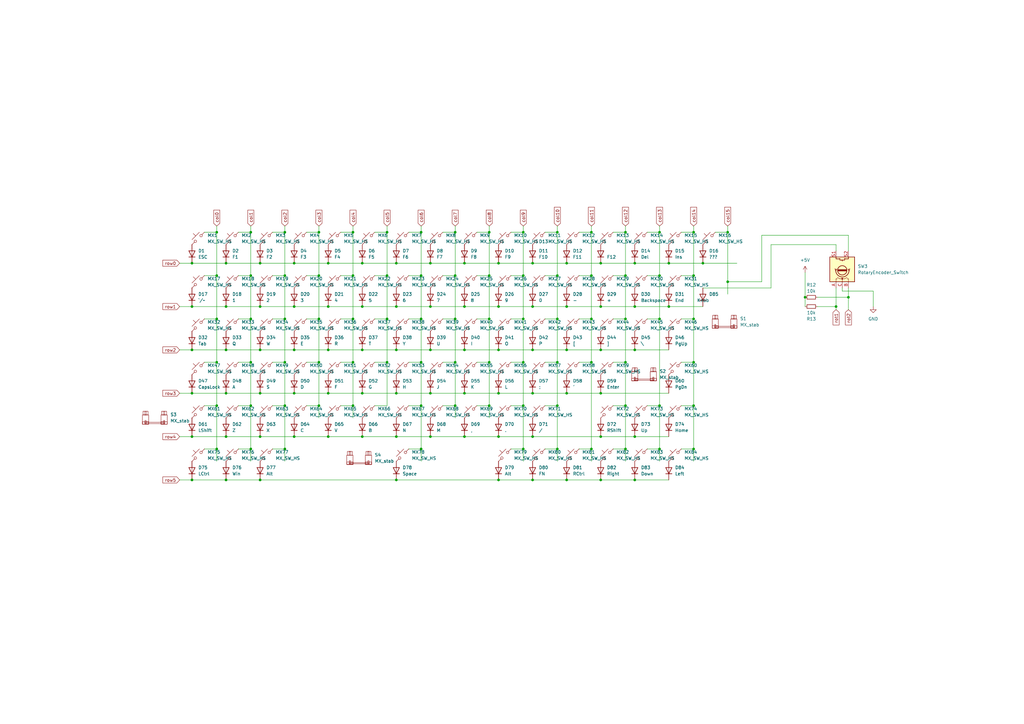
<source format=kicad_sch>
(kicad_sch (version 20230121) (generator eeschema)
  (paper "A3")
  (junction (at 172.72 130.81))
  (junction (at 144.78 130.81))
  (junction (at 218.44 161.29))
  (junction (at 214.63 130.81))
  (junction (at 78.74 196.85))
  (junction (at 176.53 107.95))
  (junction (at 242.57 184.15))
  (junction (at 130.81 130.81))
  (junction (at 186.69 148.59))
  (junction (at 246.38 196.85))
  (junction (at 120.65 143.51))
  (junction (at 232.41 143.51))
  (junction (at 130.81 113.03))
  (junction (at 176.53 143.51))
  (junction (at 284.48 166.37))
  (junction (at 158.75 130.81))
  (junction (at 148.59 125.73))
  (junction (at 88.9 95.25))
  (junction (at 106.68 161.29))
  (junction (at 200.66 113.03))
  (junction (at 88.9 130.81))
  (junction (at 148.59 107.95))
  (junction (at 228.6 184.15))
  (junction (at 172.72 184.15))
  (junction (at 204.47 143.51))
  (junction (at 158.75 95.25))
  (junction (at 214.63 166.37))
  (junction (at 204.47 107.95))
  (junction (at 228.6 130.81))
  (junction (at 270.51 130.81))
  (junction (at 186.69 130.81))
  (junction (at 190.5 161.29))
  (junction (at 284.48 148.59))
  (junction (at 106.68 143.51))
  (junction (at 116.84 148.59))
  (junction (at 204.47 179.07))
  (junction (at 134.62 125.73))
  (junction (at 242.57 148.59))
  (junction (at 88.9 148.59))
  (junction (at 88.9 184.15))
  (junction (at 204.47 196.85))
  (junction (at 260.35 125.73))
  (junction (at 78.74 143.51))
  (junction (at 242.57 130.81))
  (junction (at 116.84 166.37))
  (junction (at 162.56 107.95))
  (junction (at 200.66 148.59))
  (junction (at 144.78 95.25))
  (junction (at 106.68 196.85))
  (junction (at 158.75 148.59))
  (junction (at 342.9 125.73))
  (junction (at 218.44 179.07))
  (junction (at 116.84 184.15))
  (junction (at 134.62 107.95))
  (junction (at 134.62 179.07))
  (junction (at 106.68 107.95))
  (junction (at 176.53 179.07))
  (junction (at 92.71 143.51))
  (junction (at 162.56 196.85))
  (junction (at 214.63 148.59))
  (junction (at 190.5 143.51))
  (junction (at 102.87 130.81))
  (junction (at 162.56 161.29))
  (junction (at 92.71 179.07))
  (junction (at 120.65 179.07))
  (junction (at 92.71 161.29))
  (junction (at 88.9 113.03))
  (junction (at 218.44 107.95))
  (junction (at 186.69 95.25))
  (junction (at 102.87 95.25))
  (junction (at 214.63 95.25))
  (junction (at 288.29 107.95))
  (junction (at 218.44 125.73))
  (junction (at 256.54 130.81))
  (junction (at 176.53 161.29))
  (junction (at 78.74 125.73))
  (junction (at 256.54 184.15))
  (junction (at 186.69 166.37))
  (junction (at 284.48 184.15))
  (junction (at 246.38 179.07))
  (junction (at 106.68 125.73))
  (junction (at 260.35 179.07))
  (junction (at 232.41 107.95))
  (junction (at 134.62 161.29))
  (junction (at 218.44 196.85))
  (junction (at 228.6 113.03))
  (junction (at 130.81 166.37))
  (junction (at 92.71 125.73))
  (junction (at 228.6 148.59))
  (junction (at 246.38 107.95))
  (junction (at 260.35 143.51))
  (junction (at 242.57 113.03))
  (junction (at 102.87 184.15))
  (junction (at 256.54 113.03))
  (junction (at 298.45 115.57))
  (junction (at 172.72 113.03))
  (junction (at 120.65 161.29))
  (junction (at 260.35 196.85))
  (junction (at 190.5 125.73))
  (junction (at 162.56 179.07))
  (junction (at 214.63 113.03))
  (junction (at 172.72 166.37))
  (junction (at 102.87 113.03))
  (junction (at 274.32 125.73))
  (junction (at 200.66 95.25))
  (junction (at 120.65 107.95))
  (junction (at 347.98 121.92))
  (junction (at 120.65 125.73))
  (junction (at 242.57 95.25))
  (junction (at 102.87 148.59))
  (junction (at 228.6 166.37))
  (junction (at 186.69 113.03))
  (junction (at 102.87 166.37))
  (junction (at 330.2 121.92))
  (junction (at 284.48 113.03))
  (junction (at 298.45 95.25))
  (junction (at 130.81 148.59))
  (junction (at 78.74 179.07))
  (junction (at 144.78 113.03))
  (junction (at 204.47 125.73))
  (junction (at 158.75 113.03))
  (junction (at 190.5 179.07))
  (junction (at 214.63 184.15))
  (junction (at 246.38 161.29))
  (junction (at 144.78 166.37))
  (junction (at 92.71 107.95))
  (junction (at 148.59 161.29))
  (junction (at 232.41 161.29))
  (junction (at 172.72 95.25))
  (junction (at 88.9 166.37))
  (junction (at 190.5 107.95))
  (junction (at 130.81 95.25))
  (junction (at 162.56 143.51))
  (junction (at 218.44 143.51))
  (junction (at 116.84 95.25))
  (junction (at 256.54 148.59))
  (junction (at 116.84 113.03))
  (junction (at 270.51 95.25))
  (junction (at 148.59 143.51))
  (junction (at 172.72 148.59))
  (junction (at 274.32 107.95))
  (junction (at 256.54 166.37))
  (junction (at 116.84 130.81))
  (junction (at 228.6 95.25))
  (junction (at 106.68 179.07))
  (junction (at 162.56 125.73))
  (junction (at 78.74 161.29))
  (junction (at 92.71 196.85))
  (junction (at 134.62 143.51))
  (junction (at 270.51 166.37))
  (junction (at 284.48 95.25))
  (junction (at 246.38 125.73))
  (junction (at 144.78 148.59))
  (junction (at 204.47 161.29))
  (junction (at 260.35 107.95))
  (junction (at 284.48 130.81))
  (junction (at 256.54 95.25))
  (junction (at 176.53 125.73))
  (junction (at 232.41 196.85))
  (junction (at 200.66 166.37))
  (junction (at 78.74 107.95))
  (junction (at 232.41 125.73))
  (junction (at 246.38 143.51))
  (junction (at 270.51 184.15))
  (junction (at 270.51 113.03))
  (junction (at 200.66 130.81))
  (junction (at 148.59 179.07))
  (wire (pts (xy 144.78 95.25) (xy 144.78 113.03)))
  (wire (pts (xy 256.54 130.81) (xy 256.54 148.59)))
  (wire (pts (xy 83.82 184.15) (xy 88.9 184.15)))
  (wire (pts (xy 200.66 95.25) (xy 200.66 113.03)))
  (wire (pts (xy 232.41 107.95) (xy 246.38 107.95)))
  (wire (pts (xy 190.5 143.51) (xy 204.47 143.51)))
  (wire (pts (xy 260.35 143.51) (xy 274.32 143.51)))
  (wire (pts (xy 162.56 179.07) (xy 176.53 179.07)))
  (wire (pts (xy 167.64 148.59) (xy 172.72 148.59)))
  (wire (pts (xy 214.63 92.71) (xy 214.63 95.25)))
  (wire (pts (xy 293.37 95.25) (xy 298.45 95.25)))
  (wire (pts (xy 144.78 113.03) (xy 144.78 130.81)))
  (wire (pts (xy 106.68 161.29) (xy 120.65 161.29)))
  (wire (pts (xy 176.53 125.73) (xy 190.5 125.73)))
  (wire (pts (xy 102.87 95.25) (xy 102.87 113.03)))
  (wire (pts (xy 228.6 166.37) (xy 228.6 184.15)))
  (wire (pts (xy 251.46 166.37) (xy 256.54 166.37)))
  (wire (pts (xy 228.6 92.71) (xy 228.6 95.25)))
  (wire (pts (xy 209.55 130.81) (xy 214.63 130.81)))
  (wire (pts (xy 242.57 95.25) (xy 242.57 113.03)))
  (wire (pts (xy 190.5 179.07) (xy 204.47 179.07)))
  (wire (pts (xy 316.23 100.33) (xy 316.23 118.11)))
  (wire (pts (xy 97.79 95.25) (xy 102.87 95.25)))
  (wire (pts (xy 88.9 95.25) (xy 88.9 113.03)))
  (wire (pts (xy 246.38 179.07) (xy 260.35 179.07)))
  (wire (pts (xy 260.35 125.73) (xy 274.32 125.73)))
  (wire (pts (xy 134.62 161.29) (xy 148.59 161.29)))
  (wire (pts (xy 298.45 115.57) (xy 298.45 120.65)))
  (wire (pts (xy 130.81 113.03) (xy 130.81 130.81)))
  (wire (pts (xy 144.78 130.81) (xy 144.78 148.59)))
  (wire (pts (xy 176.53 161.29) (xy 190.5 161.29)))
  (wire (pts (xy 270.51 113.03) (xy 270.51 130.81)))
  (wire (pts (xy 214.63 130.81) (xy 214.63 148.59)))
  (wire (pts (xy 148.59 107.95) (xy 162.56 107.95)))
  (wire (pts (xy 181.61 113.03) (xy 186.69 113.03)))
  (wire (pts (xy 251.46 184.15) (xy 256.54 184.15)))
  (wire (pts (xy 242.57 130.81) (xy 242.57 148.59)))
  (wire (pts (xy 237.49 113.03) (xy 242.57 113.03)))
  (wire (pts (xy 251.46 113.03) (xy 256.54 113.03)))
  (wire (pts (xy 78.74 161.29) (xy 92.71 161.29)))
  (wire (pts (xy 200.66 113.03) (xy 200.66 130.81)))
  (wire (pts (xy 345.44 119.38) (xy 358.14 119.38)))
  (wire (pts (xy 228.6 148.59) (xy 228.6 166.37)))
  (wire (pts (xy 181.61 130.81) (xy 186.69 130.81)))
  (wire (pts (xy 237.49 95.25) (xy 242.57 95.25)))
  (wire (pts (xy 97.79 113.03) (xy 102.87 113.03)))
  (wire (pts (xy 125.73 113.03) (xy 130.81 113.03)))
  (wire (pts (xy 162.56 196.85) (xy 204.47 196.85)))
  (wire (pts (xy 111.76 184.15) (xy 116.84 184.15)))
  (wire (pts (xy 270.51 166.37) (xy 270.51 184.15)))
  (wire (pts (xy 214.63 166.37) (xy 214.63 184.15)))
  (wire (pts (xy 284.48 130.81) (xy 284.48 148.59)))
  (wire (pts (xy 153.67 113.03) (xy 158.75 113.03)))
  (wire (pts (xy 279.4 148.59) (xy 284.48 148.59)))
  (wire (pts (xy 218.44 107.95) (xy 232.41 107.95)))
  (wire (pts (xy 120.65 143.51) (xy 134.62 143.51)))
  (wire (pts (xy 139.7 113.03) (xy 144.78 113.03)))
  (wire (pts (xy 237.49 130.81) (xy 242.57 130.81)))
  (wire (pts (xy 246.38 161.29) (xy 274.32 161.29)))
  (wire (pts (xy 204.47 179.07) (xy 218.44 179.07)))
  (wire (pts (xy 232.41 161.29) (xy 246.38 161.29)))
  (wire (pts (xy 102.87 92.71) (xy 102.87 95.25)))
  (wire (pts (xy 284.48 166.37) (xy 284.48 184.15)))
  (wire (pts (xy 186.69 166.37) (xy 186.69 171.45)))
  (wire (pts (xy 158.75 92.71) (xy 158.75 95.25)))
  (wire (pts (xy 347.98 121.92) (xy 347.98 127)))
  (wire (pts (xy 172.72 113.03) (xy 172.72 130.81)))
  (wire (pts (xy 73.66 196.85) (xy 78.74 196.85)))
  (wire (pts (xy 172.72 184.15) (xy 172.72 189.23)))
  (wire (pts (xy 176.53 107.95) (xy 190.5 107.95)))
  (wire (pts (xy 158.75 130.81) (xy 158.75 148.59)))
  (wire (pts (xy 256.54 95.25) (xy 256.54 113.03)))
  (wire (pts (xy 260.35 107.95) (xy 274.32 107.95)))
  (wire (pts (xy 298.45 115.57) (xy 312.42 115.57)))
  (wire (pts (xy 223.52 148.59) (xy 228.6 148.59)))
  (wire (pts (xy 190.5 107.95) (xy 204.47 107.95)))
  (wire (pts (xy 284.48 113.03) (xy 284.48 130.81)))
  (wire (pts (xy 342.9 100.33) (xy 316.23 100.33)))
  (wire (pts (xy 204.47 143.51) (xy 218.44 143.51)))
  (wire (pts (xy 256.54 113.03) (xy 256.54 130.81)))
  (wire (pts (xy 223.52 95.25) (xy 228.6 95.25)))
  (wire (pts (xy 186.69 130.81) (xy 186.69 148.59)))
  (wire (pts (xy 256.54 166.37) (xy 256.54 184.15)))
  (wire (pts (xy 195.58 166.37) (xy 200.66 166.37)))
  (wire (pts (xy 242.57 92.71) (xy 242.57 95.25)))
  (wire (pts (xy 106.68 179.07) (xy 120.65 179.07)))
  (wire (pts (xy 158.75 95.25) (xy 158.75 113.03)))
  (wire (pts (xy 195.58 95.25) (xy 200.66 95.25)))
  (wire (pts (xy 167.64 113.03) (xy 172.72 113.03)))
  (wire (pts (xy 342.9 102.87) (xy 342.9 100.33)))
  (wire (pts (xy 130.81 92.71) (xy 130.81 95.25)))
  (wire (pts (xy 256.54 92.71) (xy 256.54 95.25)))
  (wire (pts (xy 214.63 113.03) (xy 214.63 130.81)))
  (wire (pts (xy 102.87 148.59) (xy 102.87 166.37)))
  (wire (pts (xy 218.44 125.73) (xy 232.41 125.73)))
  (wire (pts (xy 78.74 179.07) (xy 92.71 179.07)))
  (wire (pts (xy 148.59 143.51) (xy 162.56 143.51)))
  (wire (pts (xy 190.5 125.73) (xy 204.47 125.73)))
  (wire (pts (xy 284.48 95.25) (xy 284.48 113.03)))
  (wire (pts (xy 335.28 121.92) (xy 347.98 121.92)))
  (wire (pts (xy 139.7 148.59) (xy 144.78 148.59)))
  (wire (pts (xy 284.48 92.71) (xy 284.48 95.25)))
  (wire (pts (xy 218.44 179.07) (xy 246.38 179.07)))
  (wire (pts (xy 83.82 130.81) (xy 88.9 130.81)))
  (wire (pts (xy 335.28 125.73) (xy 342.9 125.73)))
  (wire (pts (xy 148.59 161.29) (xy 162.56 161.29)))
  (wire (pts (xy 265.43 113.03) (xy 270.51 113.03)))
  (wire (pts (xy 274.32 107.95) (xy 288.29 107.95)))
  (wire (pts (xy 78.74 196.85) (xy 92.71 196.85)))
  (wire (pts (xy 251.46 148.59) (xy 256.54 148.59)))
  (wire (pts (xy 97.79 184.15) (xy 102.87 184.15)))
  (wire (pts (xy 139.7 130.81) (xy 144.78 130.81)))
  (wire (pts (xy 125.73 148.59) (xy 130.81 148.59)))
  (wire (pts (xy 288.29 118.11) (xy 316.23 118.11)))
  (wire (pts (xy 167.64 95.25) (xy 172.72 95.25)))
  (wire (pts (xy 246.38 125.73) (xy 260.35 125.73)))
  (wire (pts (xy 88.9 148.59) (xy 88.9 166.37)))
  (wire (pts (xy 102.87 166.37) (xy 102.87 184.15)))
  (wire (pts (xy 218.44 196.85) (xy 232.41 196.85)))
  (wire (pts (xy 130.81 166.37) (xy 130.81 171.45)))
  (wire (pts (xy 279.4 130.81) (xy 284.48 130.81)))
  (wire (pts (xy 125.73 95.25) (xy 130.81 95.25)))
  (wire (pts (xy 78.74 143.51) (xy 92.71 143.51)))
  (wire (pts (xy 200.66 92.71) (xy 200.66 95.25)))
  (wire (pts (xy 125.73 166.37) (xy 130.81 166.37)))
  (wire (pts (xy 73.66 179.07) (xy 78.74 179.07)))
  (wire (pts (xy 106.68 125.73) (xy 120.65 125.73)))
  (wire (pts (xy 237.49 184.15) (xy 242.57 184.15)))
  (wire (pts (xy 78.74 107.95) (xy 92.71 107.95)))
  (wire (pts (xy 232.41 143.51) (xy 246.38 143.51)))
  (wire (pts (xy 92.71 125.73) (xy 106.68 125.73)))
  (wire (pts (xy 256.54 184.15) (xy 256.54 189.23)))
  (wire (pts (xy 186.69 113.03) (xy 186.69 130.81)))
  (wire (pts (xy 125.73 130.81) (xy 130.81 130.81)))
  (wire (pts (xy 134.62 143.51) (xy 148.59 143.51)))
  (wire (pts (xy 116.84 95.25) (xy 116.84 113.03)))
  (wire (pts (xy 214.63 95.25) (xy 214.63 113.03)))
  (wire (pts (xy 186.69 148.59) (xy 186.69 166.37)))
  (wire (pts (xy 251.46 95.25) (xy 256.54 95.25)))
  (wire (pts (xy 284.48 148.59) (xy 284.48 166.37)))
  (wire (pts (xy 265.43 130.81) (xy 270.51 130.81)))
  (wire (pts (xy 270.51 130.81) (xy 270.51 166.37)))
  (wire (pts (xy 232.41 125.73) (xy 246.38 125.73)))
  (wire (pts (xy 298.45 92.71) (xy 298.45 95.25)))
  (wire (pts (xy 130.81 148.59) (xy 130.81 166.37)))
  (wire (pts (xy 246.38 143.51) (xy 260.35 143.51)))
  (wire (pts (xy 106.68 196.85) (xy 162.56 196.85)))
  (wire (pts (xy 270.51 184.15) (xy 270.51 189.23)))
  (wire (pts (xy 214.63 148.59) (xy 214.63 166.37)))
  (wire (pts (xy 347.98 118.11) (xy 347.98 121.92)))
  (wire (pts (xy 186.69 95.25) (xy 186.69 113.03)))
  (wire (pts (xy 120.65 125.73) (xy 134.62 125.73)))
  (wire (pts (xy 144.78 148.59) (xy 144.78 166.37)))
  (wire (pts (xy 134.62 125.73) (xy 148.59 125.73)))
  (wire (pts (xy 195.58 148.59) (xy 200.66 148.59)))
  (wire (pts (xy 162.56 107.95) (xy 176.53 107.95)))
  (wire (pts (xy 270.51 92.71) (xy 270.51 95.25)))
  (wire (pts (xy 130.81 95.25) (xy 130.81 113.03)))
  (wire (pts (xy 260.35 179.07) (xy 274.32 179.07)))
  (wire (pts (xy 246.38 196.85) (xy 260.35 196.85)))
  (wire (pts (xy 153.67 95.25) (xy 158.75 95.25)))
  (wire (pts (xy 214.63 184.15) (xy 214.63 189.23)))
  (wire (pts (xy 158.75 113.03) (xy 158.75 130.81)))
  (wire (pts (xy 347.98 96.52) (xy 312.42 96.52)))
  (wire (pts (xy 83.82 95.25) (xy 88.9 95.25)))
  (wire (pts (xy 144.78 166.37) (xy 144.78 171.45)))
  (wire (pts (xy 134.62 107.95) (xy 148.59 107.95)))
  (wire (pts (xy 279.4 113.03) (xy 284.48 113.03)))
  (wire (pts (xy 167.64 184.15) (xy 172.72 184.15)))
  (wire (pts (xy 116.84 148.59) (xy 116.84 166.37)))
  (wire (pts (xy 116.84 92.71) (xy 116.84 95.25)))
  (wire (pts (xy 102.87 184.15) (xy 102.87 189.23)))
  (wire (pts (xy 92.71 161.29) (xy 106.68 161.29)))
  (wire (pts (xy 279.4 95.25) (xy 284.48 95.25)))
  (wire (pts (xy 116.84 184.15) (xy 116.84 189.23)))
  (wire (pts (xy 181.61 166.37) (xy 186.69 166.37)))
  (wire (pts (xy 73.66 125.73) (xy 78.74 125.73)))
  (wire (pts (xy 209.55 113.03) (xy 214.63 113.03)))
  (wire (pts (xy 330.2 121.92) (xy 330.2 125.73)))
  (wire (pts (xy 176.53 179.07) (xy 190.5 179.07)))
  (wire (pts (xy 97.79 130.81) (xy 102.87 130.81)))
  (wire (pts (xy 116.84 130.81) (xy 116.84 148.59)))
  (wire (pts (xy 223.52 113.03) (xy 228.6 113.03)))
  (wire (pts (xy 83.82 148.59) (xy 88.9 148.59)))
  (wire (pts (xy 111.76 130.81) (xy 116.84 130.81)))
  (wire (pts (xy 120.65 161.29) (xy 134.62 161.29)))
  (wire (pts (xy 92.71 196.85) (xy 106.68 196.85)))
  (wire (pts (xy 181.61 95.25) (xy 186.69 95.25)))
  (wire (pts (xy 228.6 113.03) (xy 228.6 130.81)))
  (wire (pts (xy 330.2 111.76) (xy 330.2 121.92)))
  (wire (pts (xy 73.66 143.51) (xy 78.74 143.51)))
  (wire (pts (xy 190.5 161.29) (xy 204.47 161.29)))
  (wire (pts (xy 167.64 130.81) (xy 172.72 130.81)))
  (wire (pts (xy 158.75 148.59) (xy 158.75 166.37)))
  (wire (pts (xy 134.62 179.07) (xy 148.59 179.07)))
  (wire (pts (xy 274.32 125.73) (xy 288.29 125.73)))
  (wire (pts (xy 172.72 130.81) (xy 172.72 148.59)))
  (wire (pts (xy 97.79 148.59) (xy 102.87 148.59)))
  (wire (pts (xy 78.74 125.73) (xy 92.71 125.73)))
  (wire (pts (xy 88.9 113.03) (xy 88.9 130.81)))
  (wire (pts (xy 111.76 166.37) (xy 116.84 166.37)))
  (wire (pts (xy 209.55 148.59) (xy 214.63 148.59)))
  (wire (pts (xy 265.43 184.15) (xy 270.51 184.15)))
  (wire (pts (xy 144.78 92.71) (xy 144.78 95.25)))
  (wire (pts (xy 218.44 161.29) (xy 232.41 161.29)))
  (wire (pts (xy 73.66 161.29) (xy 78.74 161.29)))
  (wire (pts (xy 111.76 113.03) (xy 116.84 113.03)))
  (wire (pts (xy 120.65 107.95) (xy 134.62 107.95)))
  (wire (pts (xy 200.66 148.59) (xy 200.66 166.37)))
  (wire (pts (xy 106.68 143.51) (xy 120.65 143.51)))
  (wire (pts (xy 148.59 179.07) (xy 162.56 179.07)))
  (wire (pts (xy 153.67 148.59) (xy 158.75 148.59)))
  (wire (pts (xy 83.82 166.37) (xy 88.9 166.37)))
  (wire (pts (xy 312.42 96.52) (xy 312.42 115.57)))
  (wire (pts (xy 200.66 166.37) (xy 200.66 171.45)))
  (wire (pts (xy 172.72 166.37) (xy 172.72 184.15)))
  (wire (pts (xy 88.9 92.71) (xy 88.9 95.25)))
  (wire (pts (xy 139.7 166.37) (xy 144.78 166.37)))
  (wire (pts (xy 358.14 119.38) (xy 358.14 125.73)))
  (wire (pts (xy 265.43 166.37) (xy 270.51 166.37)))
  (wire (pts (xy 242.57 184.15) (xy 242.57 189.23)))
  (wire (pts (xy 237.49 148.59) (xy 242.57 148.59)))
  (wire (pts (xy 218.44 143.51) (xy 232.41 143.51)))
  (wire (pts (xy 153.67 130.81) (xy 158.75 130.81)))
  (wire (pts (xy 251.46 130.81) (xy 256.54 130.81)))
  (wire (pts (xy 139.7 95.25) (xy 144.78 95.25)))
  (wire (pts (xy 209.55 184.15) (xy 214.63 184.15)))
  (wire (pts (xy 88.9 130.81) (xy 88.9 148.59)))
  (wire (pts (xy 270.51 95.25) (xy 270.51 113.03)))
  (wire (pts (xy 298.45 95.25) (xy 298.45 115.57)))
  (wire (pts (xy 347.98 102.87) (xy 347.98 96.52)))
  (wire (pts (xy 176.53 143.51) (xy 190.5 143.51)))
  (wire (pts (xy 232.41 196.85) (xy 246.38 196.85)))
  (wire (pts (xy 204.47 196.85) (xy 218.44 196.85)))
  (wire (pts (xy 153.67 166.37) (xy 158.75 166.37)))
  (wire (pts (xy 284.48 184.15) (xy 284.48 189.23)))
  (wire (pts (xy 111.76 148.59) (xy 116.84 148.59)))
  (wire (pts (xy 130.81 130.81) (xy 130.81 148.59)))
  (wire (pts (xy 288.29 107.95) (xy 302.26 107.95)))
  (wire (pts (xy 246.38 107.95) (xy 260.35 107.95)))
  (wire (pts (xy 172.72 95.25) (xy 172.72 113.03)))
  (wire (pts (xy 204.47 161.29) (xy 218.44 161.29)))
  (wire (pts (xy 209.55 95.25) (xy 214.63 95.25)))
  (wire (pts (xy 116.84 166.37) (xy 116.84 184.15)))
  (wire (pts (xy 279.4 166.37) (xy 284.48 166.37)))
  (wire (pts (xy 162.56 143.51) (xy 176.53 143.51)))
  (wire (pts (xy 209.55 166.37) (xy 214.63 166.37)))
  (wire (pts (xy 162.56 161.29) (xy 176.53 161.29)))
  (wire (pts (xy 195.58 113.03) (xy 200.66 113.03)))
  (wire (pts (xy 92.71 179.07) (xy 106.68 179.07)))
  (wire (pts (xy 256.54 148.59) (xy 256.54 166.37)))
  (wire (pts (xy 279.4 184.15) (xy 284.48 184.15)))
  (wire (pts (xy 88.9 166.37) (xy 88.9 184.15)))
  (wire (pts (xy 111.76 95.25) (xy 116.84 95.25)))
  (wire (pts (xy 167.64 166.37) (xy 172.72 166.37)))
  (wire (pts (xy 228.6 130.81) (xy 228.6 148.59)))
  (wire (pts (xy 102.87 113.03) (xy 102.87 130.81)))
  (wire (pts (xy 92.71 143.51) (xy 106.68 143.51)))
  (wire (pts (xy 223.52 130.81) (xy 228.6 130.81)))
  (wire (pts (xy 195.58 130.81) (xy 200.66 130.81)))
  (wire (pts (xy 223.52 166.37) (xy 228.6 166.37)))
  (wire (pts (xy 172.72 148.59) (xy 172.72 166.37)))
  (wire (pts (xy 73.66 107.95) (xy 78.74 107.95)))
  (wire (pts (xy 228.6 184.15) (xy 228.6 189.23)))
  (wire (pts (xy 186.69 92.71) (xy 186.69 95.25)))
  (wire (pts (xy 83.82 113.03) (xy 88.9 113.03)))
  (wire (pts (xy 97.79 166.37) (xy 102.87 166.37)))
  (wire (pts (xy 228.6 95.25) (xy 228.6 113.03)))
  (wire (pts (xy 342.9 118.11) (xy 342.9 125.73)))
  (wire (pts (xy 204.47 125.73) (xy 218.44 125.73)))
  (wire (pts (xy 172.72 92.71) (xy 172.72 95.25)))
  (wire (pts (xy 200.66 130.81) (xy 200.66 148.59)))
  (wire (pts (xy 106.68 107.95) (xy 120.65 107.95)))
  (wire (pts (xy 242.57 113.03) (xy 242.57 130.81)))
  (wire (pts (xy 102.87 130.81) (xy 102.87 148.59)))
  (wire (pts (xy 342.9 125.73) (xy 342.9 127)))
  (wire (pts (xy 223.52 184.15) (xy 228.6 184.15)))
  (wire (pts (xy 265.43 95.25) (xy 270.51 95.25)))
  (wire (pts (xy 242.57 148.59) (xy 242.57 184.15)))
  (wire (pts (xy 181.61 148.59) (xy 186.69 148.59)))
  (wire (pts (xy 345.44 118.11) (xy 345.44 119.38)))
  (wire (pts (xy 260.35 196.85) (xy 274.32 196.85)))
  (wire (pts (xy 92.71 107.95) (xy 106.68 107.95)))
  (wire (pts (xy 162.56 125.73) (xy 176.53 125.73)))
  (wire (pts (xy 116.84 113.03) (xy 116.84 130.81)))
  (wire (pts (xy 88.9 184.15) (xy 88.9 189.23)))
  (wire (pts (xy 120.65 179.07) (xy 134.62 179.07)))
  (wire (pts (xy 148.59 125.73) (xy 162.56 125.73)))
  (wire (pts (xy 204.47 107.95) (xy 218.44 107.95)))
  (global_label "row0" (shape input) (at 73.66 107.95 180) (property "Intersheetrefs" "${INTERSHEET_REFS}" (effects hide)))
  (global_label "rot1" (shape input) (at 342.9 127 270) (property "Intersheetrefs" "${INTERSHEET_REFS}" (effects hide)))
  (global_label "col7" (shape input) (at 186.69 92.71 90) (property "Intersheetrefs" "${INTERSHEET_REFS}" (effects hide)))
  (global_label "col12" (shape input) (at 256.54 92.71 90) (property "Intersheetrefs" "${INTERSHEET_REFS}" (effects hide)))
  (global_label "row2" (shape input) (at 73.66 143.51 180) (property "Intersheetrefs" "${INTERSHEET_REFS}" (effects hide)))
  (global_label "row1" (shape input) (at 73.66 125.73 180) (property "Intersheetrefs" "${INTERSHEET_REFS}" (effects hide)))
  (global_label "col9" (shape input) (at 214.63 92.71 90) (property "Intersheetrefs" "${INTERSHEET_REFS}" (effects hide)))
  (global_label "row3" (shape input) (at 73.66 161.29 180) (property "Intersheetrefs" "${INTERSHEET_REFS}" (effects hide)))
  (global_label "col5" (shape input) (at 158.75 92.71 90) (property "Intersheetrefs" "${INTERSHEET_REFS}" (effects hide)))
  (global_label "col14" (shape input) (at 284.48 92.71 90) (property "Intersheetrefs" "${INTERSHEET_REFS}" (effects hide)))
  (global_label "col4" (shape input) (at 144.78 92.71 90) (property "Intersheetrefs" "${INTERSHEET_REFS}" (effects hide)))
  (global_label "col10" (shape input) (at 228.6 92.71 90) (property "Intersheetrefs" "${INTERSHEET_REFS}" (effects hide)))
  (global_label "col0" (shape input) (at 88.9 92.71 90) (property "Intersheetrefs" "${INTERSHEET_REFS}" (effects hide)))
  (global_label "col2" (shape input) (at 116.84 92.71 90) (property "Intersheetrefs" "${INTERSHEET_REFS}" (effects hide)))
  (global_label "col6" (shape input) (at 172.72 92.71 90) (property "Intersheetrefs" "${INTERSHEET_REFS}" (effects hide)))
  (global_label "col11" (shape input) (at 242.57 92.71 90) (property "Intersheetrefs" "${INTERSHEET_REFS}" (effects hide)))
  (global_label "col8" (shape input) (at 200.66 92.71 90) (property "Intersheetrefs" "${INTERSHEET_REFS}" (effects hide)))
  (global_label "col3" (shape input) (at 130.81 92.71 90) (property "Intersheetrefs" "${INTERSHEET_REFS}" (effects hide)))
  (global_label "col15" (shape input) (at 298.45 92.71 90) (property "Intersheetrefs" "${INTERSHEET_REFS}" (effects hide)))
  (global_label "rot2" (shape input) (at 347.98 127 270) (property "Intersheetrefs" "${INTERSHEET_REFS}" (effects hide)))
  (global_label "col1" (shape input) (at 102.87 92.71 90) (property "Intersheetrefs" "${INTERSHEET_REFS}" (effects hide)))
  (global_label "row5" (shape input) (at 73.66 196.85 180) (property "Intersheetrefs" "${INTERSHEET_REFS}" (effects hide)))
  (global_label "col13" (shape input) (at 270.51 92.71 90) (property "Intersheetrefs" "${INTERSHEET_REFS}" (effects hide)))
  (global_label "row4" (shape input) (at 73.66 179.07 180) (property "Intersheetrefs" "${INTERSHEET_REFS}" (effects hide)))
  (symbol (lib_id "Device:D") (at 78.74 175.26 90) (unit 1)
    (property "Reference" "D61" (at 81.28 173.99 90) (effects (justify right)))
    (property "Value" "LShift" (at 81.28 176.53 90) (effects (justify right)))
    (property "Footprint" "Diode_SMD:D_SOD-123" (effects hide))
    (property "Sim.Device" "D" (effects hide))
    (property "Sim.Pins" "1=K 2=A" (effects hide))
  )
  (symbol (lib_id "Device:D") (at 134.62 157.48 90) (unit 1)
    (property "Reference" "D51" (at 137.16 156.21 90) (effects (justify right)))
    (property "Value" "F" (at 137.16 158.75 90) (effects (justify right)))
    (property "Footprint" "Diode_SMD:D_SOD-123" (effects hide))
    (property "Sim.Device" "D" (effects hide))
    (property "Sim.Pins" "1=K 2=A" (effects hide))
  )
  (symbol (lib_id "Device:D") (at 218.44 104.14 90) (unit 1)
    (property "Reference" "D11" (at 220.98 102.87 90) (effects (justify right)))
    (property "Value" "F10" (at 220.98 105.41 90) (effects (justify right)))
    (property "Footprint" "Diode_SMD:D_SOD-123" (effects hide))
    (property "Sim.Device" "D" (effects hide))
    (property "Sim.Pins" "1=K 2=A" (effects hide))
  )
  (symbol (lib_id "Device:D") (at 78.74 139.7 90) (unit 1)
    (property "Reference" "D32" (at 81.28 138.43 90) (effects (justify right)))
    (property "Value" "Tab" (at 81.28 140.97 90) (effects (justify right)))
    (property "Footprint" "Diode_SMD:D_SOD-123" (effects hide))
    (property "Sim.Device" "D" (effects hide))
    (property "Sim.Pins" "1=K 2=A" (effects hide))
  )
  (symbol (lib_id "Device:D") (at 92.71 139.7 90) (unit 1)
    (property "Reference" "D33" (at 95.25 138.43 90) (effects (justify right)))
    (property "Value" "Q" (at 95.25 140.97 90) (effects (justify right)))
    (property "Footprint" "Diode_SMD:D_SOD-123" (effects hide))
    (property "Sim.Device" "D" (effects hide))
    (property "Sim.Pins" "1=K 2=A" (effects hide))
  )
  (symbol (lib_id "PCM_marbastlib-mx:MX_SW_HS") (at 109.22 97.79 90) (unit 1)
    (property "Reference" "MX3" (at 113.03 96.52 90) (effects (justify right)))
    (property "Value" "MX_SW_HS" (at 113.03 99.06 90) (effects (justify right)))
    (property "Footprint" "PCM_marbastlib-mx:SW_MX_HS_1u" (effects hide))
  )
  (symbol (lib_id "Device:D") (at 176.53 157.48 90) (unit 1)
    (property "Reference" "D54" (at 179.07 156.21 90) (effects (justify right)))
    (property "Value" "J" (at 179.07 158.75 90) (effects (justify right)))
    (property "Footprint" "Diode_SMD:D_SOD-123" (effects hide))
    (property "Sim.Device" "D" (effects hide))
    (property "Sim.Pins" "1=K 2=A" (effects hide))
  )
  (symbol (lib_id "Device:D") (at 78.74 157.48 90) (unit 1)
    (property "Reference" "D47" (at 81.28 156.21 90) (effects (justify right)))
    (property "Value" "CapsLock" (at 81.28 158.75 90) (effects (justify right)))
    (property "Footprint" "Diode_SMD:D_SOD-123" (effects hide))
    (property "Sim.Device" "D" (effects hide))
    (property "Sim.Pins" "1=K 2=A" (effects hide))
  )
  (symbol (lib_id "PCM_marbastlib-mx:MX_SW_HS") (at 81.28 97.79 90) (unit 1)
    (property "Reference" "MX1" (at 85.09 96.52 90) (effects (justify right)))
    (property "Value" "MX_SW_HS" (at 85.09 99.06 90) (effects (justify right)))
    (property "Footprint" "PCM_marbastlib-mx:SW_MX_HS_1u" (effects hide))
  )
  (symbol (lib_id "PCM_marbastlib-mx:MX_SW_HS") (at 207.01 151.13 90) (unit 1)
    (property "Reference" "MX56" (at 210.82 149.86 90) (effects (justify right)))
    (property "Value" "MX_SW_HS" (at 210.82 152.4 90) (effects (justify right)))
    (property "Footprint" "PCM_marbastlib-mx:SW_MX_HS_1u" (effects hide))
  )
  (symbol (lib_id "Device:D") (at 162.56 104.14 90) (unit 1)
    (property "Reference" "D7" (at 165.1 102.87 90) (effects (justify right)))
    (property "Value" "F6" (at 165.1 105.41 90) (effects (justify right)))
    (property "Footprint" "Diode_SMD:D_SOD-123" (effects hide))
    (property "Sim.Device" "D" (effects hide))
    (property "Sim.Pins" "1=K 2=A" (effects hide))
  )
  (symbol (lib_id "PCM_marbastlib-mx:MX_SW_HS") (at 165.1 151.13 90) (unit 1)
    (property "Reference" "MX53" (at 168.91 149.86 90) (effects (justify right)))
    (property "Value" "MX_SW_HS" (at 168.91 152.4 90) (effects (justify right)))
    (property "Footprint" "PCM_marbastlib-mx:SW_MX_HS_1u" (effects hide))
  )
  (symbol (lib_id "Device:D") (at 162.56 139.7 90) (unit 1)
    (property "Reference" "D38" (at 165.1 138.43 90) (effects (justify right)))
    (property "Value" "Y" (at 165.1 140.97 90) (effects (justify right)))
    (property "Footprint" "Diode_SMD:D_SOD-123" (effects hide))
    (property "Sim.Device" "D" (effects hide))
    (property "Sim.Pins" "1=K 2=A" (effects hide))
  )
  (symbol (lib_id "PCM_marbastlib-mx:MX_SW_HS") (at 193.04 97.79 90) (unit 1)
    (property "Reference" "MX9" (at 196.85 96.52 90) (effects (justify right)))
    (property "Value" "MX_SW_HS" (at 196.85 99.06 90) (effects (justify right)))
    (property "Footprint" "PCM_marbastlib-mx:SW_MX_HS_1u" (effects hide))
  )
  (symbol (lib_id "PCM_marbastlib-mx:MX_SW_HS") (at 248.92 133.35 90) (unit 1)
    (property "Reference" "MX44" (at 252.73 132.08 90) (effects (justify right)))
    (property "Value" "MX_SW_HS" (at 252.73 134.62 90) (effects (justify right)))
    (property "Footprint" "PCM_marbastlib-mx:SW_MX_HS_1u" (effects hide))
  )
  (symbol (lib_id "PCM_marbastlib-mx:MX_SW_HS") (at 81.28 133.35 90) (unit 1)
    (property "Reference" "MX32" (at 85.09 132.08 90) (effects (justify right)))
    (property "Value" "MX_SW_HS" (at 85.09 134.62 90) (effects (justify right)))
    (property "Footprint" "PCM_marbastlib-mx:SW_MX_HS_1u" (effects hide))
  )
  (symbol (lib_id "PCM_marbastlib-mx:MX_SW_HS") (at 179.07 133.35 90) (unit 1)
    (property "Reference" "MX39" (at 182.88 132.08 90) (effects (justify right)))
    (property "Value" "MX_SW_HS" (at 182.88 134.62 90) (effects (justify right)))
    (property "Footprint" "PCM_marbastlib-mx:SW_MX_HS_1u" (effects hide))
  )
  (symbol (lib_id "PCM_marbastlib-mx:MX_SW_HS") (at 276.86 186.69 90) (unit 1)
    (property "Reference" "MX84" (at 280.67 185.42 90) (effects (justify right)))
    (property "Value" "MX_SW_HS" (at 280.67 187.96 90) (effects (justify right)))
    (property "Footprint" "PCM_marbastlib-mx:SW_MX_HS_1u" (effects hide))
  )
  (symbol (lib_id "PCM_marbastlib-mx:MX_SW_HS") (at 95.25 115.57 90) (unit 1)
    (property "Reference" "MX18" (at 99.06 114.3 90) (effects (justify right)))
    (property "Value" "MX_SW_HS" (at 99.06 116.84 90) (effects (justify right)))
    (property "Footprint" "PCM_marbastlib-mx:SW_MX_HS_1u" (effects hide))
  )
  (symbol (lib_id "PCM_marbastlib-mx:MX_SW_HS") (at 81.28 151.13 90) (unit 1)
    (property "Reference" "MX47" (at 85.09 149.86 90) (effects (justify right)))
    (property "Value" "MX_SW_HS" (at 85.09 152.4 90) (effects (justify right)))
    (property "Footprint" "PCM_marbastlib-mx:SW_MX_HS_1u" (effects hide))
  )
  (symbol (lib_id "PCM_marbastlib-mx:MX_SW_HS") (at 248.92 186.69 90) (unit 1)
    (property "Reference" "MX82" (at 252.73 185.42 90) (effects (justify right)))
    (property "Value" "MX_SW_HS" (at 252.73 187.96 90) (effects (justify right)))
    (property "Footprint" "PCM_marbastlib-mx:SW_MX_HS_1u" (effects hide))
  )
  (symbol (lib_id "Device:D") (at 190.5 121.92 90) (unit 1)
    (property "Reference" "D25" (at 193.04 120.65 90) (effects (justify right)))
    (property "Value" "8" (at 193.04 123.19 90) (effects (justify right)))
    (property "Footprint" "Diode_SMD:D_SOD-123" (effects hide))
    (property "Sim.Device" "D" (effects hide))
    (property "Sim.Pins" "1=K 2=A" (effects hide))
  )
  (symbol (lib_id "PCM_marbastlib-mx:MX_SW_HS") (at 207.01 97.79 90) (unit 1)
    (property "Reference" "MX10" (at 210.82 96.52 90) (effects (justify right)))
    (property "Value" "MX_SW_HS" (at 210.82 99.06 90) (effects (justify right)))
    (property "Footprint" "PCM_marbastlib-mx:SW_MX_HS_1u" (effects hide))
  )
  (symbol (lib_id "PCM_marbastlib-mx:MX_SW_HS") (at 81.28 115.57 90) (unit 1)
    (property "Reference" "MX17" (at 85.09 114.3 90) (effects (justify right)))
    (property "Value" "MX_SW_HS" (at 85.09 116.84 90) (effects (justify right)))
    (property "Footprint" "PCM_marbastlib-mx:SW_MX_HS_1u" (effects hide))
  )
  (symbol (lib_id "Device:D") (at 92.71 104.14 90) (unit 1)
    (property "Reference" "D2" (at 95.25 102.87 90) (effects (justify right)))
    (property "Value" "F1" (at 95.25 105.41 90) (effects (justify right)))
    (property "Footprint" "Diode_SMD:D_SOD-123" (effects hide))
    (property "Sim.Device" "D" (effects hide))
    (property "Sim.Pins" "1=K 2=A" (effects hide))
  )
  (symbol (lib_id "PCM_marbastlib-mx:MX_SW_HS") (at 207.01 115.57 90) (unit 1)
    (property "Reference" "MX26" (at 210.82 114.3 90) (effects (justify right)))
    (property "Value" "MX_SW_HS" (at 210.82 116.84 90) (effects (justify right)))
    (property "Footprint" "PCM_marbastlib-mx:SW_MX_HS_1u" (effects hide))
  )
  (symbol (lib_id "PCM_marbastlib-mx:MX_SW_HS") (at 81.28 186.69 90) (unit 1)
    (property "Reference" "MX75" (at 85.09 185.42 90) (effects (justify right)))
    (property "Value" "MX_SW_HS" (at 85.09 187.96 90) (effects (justify right)))
    (property "Footprint" "PCM_marbastlib-mx:SW_MX_HS_1u" (effects hide))
  )
  (symbol (lib_id "PCM_marbastlib-mx:MX_SW_HS") (at 165.1 115.57 90) (unit 1)
    (property "Reference" "MX23" (at 168.91 114.3 90) (effects (justify right)))
    (property "Value" "MX_SW_HS" (at 168.91 116.84 90) (effects (justify right)))
    (property "Footprint" "PCM_marbastlib-mx:SW_MX_HS_1u" (effects hide))
  )
  (symbol (lib_id "Device:D") (at 106.68 193.04 90) (unit 1)
    (property "Reference" "D77" (at 109.22 191.77 90) (effects (justify right)))
    (property "Value" "Alt" (at 109.22 194.31 90) (effects (justify right)))
    (property "Footprint" "Diode_SMD:D_SOD-123" (effects hide))
    (property "Sim.Device" "D" (effects hide))
    (property "Sim.Pins" "1=K 2=A" (effects hide))
  )
  (symbol (lib_id "Device:D") (at 274.32 139.7 90) (unit 1)
    (property "Reference" "D46" (at 276.86 138.43 90) (effects (justify right)))
    (property "Value" "PgUp" (at 276.86 140.97 90) (effects (justify right)))
    (property "Footprint" "Diode_SMD:D_SOD-123" (effects hide))
    (property "Sim.Device" "D" (effects hide))
    (property "Sim.Pins" "1=K 2=A" (effects hide))
  )
  (symbol (lib_id "PCM_marbastlib-mx:MX_SW_HS") (at 220.98 168.91 90) (unit 1)
    (property "Reference" "MX71" (at 224.79 167.64 90) (effects (justify right)))
    (property "Value" "MX_SW_HS" (at 224.79 170.18 90) (effects (justify right)))
    (property "Footprint" "PCM_marbastlib-mx:SW_MX_HS_1u" (effects hide))
  )
  (symbol (lib_id "PCM_marbastlib-mx:MX_SW_HS") (at 262.89 168.91 90) (unit 1)
    (property "Reference" "MX73" (at 266.7 167.64 90) (effects (justify right)))
    (property "Value" "MX_SW_HS" (at 266.7 170.18 90) (effects (justify right)))
    (property "Footprint" "PCM_marbastlib-mx:SW_MX_HS_1u" (effects hide))
  )
  (symbol (lib_id "PCM_marbastlib-mx:MX_SW_HS") (at 123.19 133.35 90) (unit 1)
    (property "Reference" "MX35" (at 127 132.08 90) (effects (justify right)))
    (property "Value" "MX_SW_HS" (at 127 134.62 90) (effects (justify right)))
    (property "Footprint" "PCM_marbastlib-mx:SW_MX_HS_1u" (effects hide))
  )
  (symbol (lib_id "PCM_marbastlib-mx:MX_SW_HS") (at 262.89 186.69 90) (unit 1)
    (property "Reference" "MX83" (at 266.7 185.42 90) (effects (justify right)))
    (property "Value" "MX_SW_HS" (at 266.7 187.96 90) (effects (justify right)))
    (property "Footprint" "PCM_marbastlib-mx:SW_MX_HS_1u" (effects hide))
  )
  (symbol (lib_id "Device:D") (at 274.32 175.26 90) (unit 1)
    (property "Reference" "D74" (at 276.86 173.99 90) (effects (justify right)))
    (property "Value" "Home" (at 276.86 176.53 90) (effects (justify right)))
    (property "Footprint" "Diode_SMD:D_SOD-123" (effects hide))
    (property "Sim.Device" "D" (effects hide))
    (property "Sim.Pins" "1=K 2=A" (effects hide))
  )
  (symbol (lib_id "Device:D") (at 246.38 193.04 90) (unit 1)
    (property "Reference" "D82" (at 248.92 191.77 90) (effects (justify right)))
    (property "Value" "Right" (at 248.92 194.31 90) (effects (justify right)))
    (property "Footprint" "Diode_SMD:D_SOD-123" (effects hide))
    (property "Sim.Device" "D" (effects hide))
    (property "Sim.Pins" "1=K 2=A" (effects hide))
  )
  (symbol (lib_id "PCM_marbastlib-mx:MX_SW_HS") (at 220.98 97.79 90) (unit 1)
    (property "Reference" "MX11" (at 224.79 96.52 90) (effects (justify right)))
    (property "Value" "MX_SW_HS" (at 224.79 99.06 90) (effects (justify right)))
    (property "Footprint" "PCM_marbastlib-mx:SW_MX_HS_1u" (effects hide))
  )
  (symbol (lib_id "Device:D") (at 92.71 193.04 90) (unit 1)
    (property "Reference" "D76" (at 95.25 191.77 90) (effects (justify right)))
    (property "Value" "Win" (at 95.25 194.31 90) (effects (justify right)))
    (property "Footprint" "Diode_SMD:D_SOD-123" (effects hide))
    (property "Sim.Device" "D" (effects hide))
    (property "Sim.Pins" "1=K 2=A" (effects hide))
  )
  (symbol (lib_id "PCM_marbastlib-mx:MX_SW_HS") (at 220.98 186.69 90) (unit 1)
    (property "Reference" "MX80" (at 224.79 185.42 90) (effects (justify right)))
    (property "Value" "MX_SW_HS" (at 224.79 187.96 90) (effects (justify right)))
    (property "Footprint" "PCM_marbastlib-mx:SW_MX_HS_1u" (effects hide))
  )
  (symbol (lib_id "PCM_marbastlib-mx:MX_SW_HS") (at 95.25 133.35 90) (unit 1)
    (property "Reference" "MX33" (at 99.06 132.08 90) (effects (justify right)))
    (property "Value" "MX_SW_HS" (at 99.06 134.62 90) (effects (justify right)))
    (property "Footprint" "PCM_marbastlib-mx:SW_MX_HS_1u" (effects hide))
  )
  (symbol (lib_id "PCM_marbastlib-mx:MX_SW_HS") (at 109.22 151.13 90) (unit 1)
    (property "Reference" "MX49" (at 113.03 149.86 90) (effects (justify right)))
    (property "Value" "MX_SW_HS" (at 113.03 152.4 90) (effects (justify right)))
    (property "Footprint" "PCM_marbastlib-mx:SW_MX_HS_1u" (effects hide))
  )
  (symbol (lib_id "Device:D") (at 120.65 175.26 90) (unit 1)
    (property "Reference" "D64" (at 123.19 173.99 90) (effects (justify right)))
    (property "Value" "C" (at 123.19 176.53 90) (effects (justify right)))
    (property "Footprint" "Diode_SMD:D_SOD-123" (effects hide))
    (property "Sim.Device" "D" (effects hide))
    (property "Sim.Pins" "1=K 2=A" (effects hide))
  )
  (symbol (lib_id "Device:D") (at 78.74 193.04 90) (unit 1)
    (property "Reference" "D75" (at 81.28 191.77 90) (effects (justify right)))
    (property "Value" "LCtrl" (at 81.28 194.31 90) (effects (justify right)))
    (property "Footprint" "Diode_SMD:D_SOD-123" (effects hide))
    (property "Sim.Device" "D" (effects hide))
    (property "Sim.Pins" "1=K 2=A" (effects hide))
  )
  (symbol (lib_id "PCM_marbastlib-mx:MX_SW_HS") (at 234.95 115.57 90) (unit 1)
    (property "Reference" "MX28" (at 238.76 114.3 90) (effects (justify right)))
    (property "Value" "MX_SW_HS" (at 238.76 116.84 90) (effects (justify right)))
    (property "Footprint" "PCM_marbastlib-mx:SW_MX_HS_1u" (effects hide))
  )
  (symbol (lib_id "PCM_marbastlib-mx:MX_SW_HS") (at 165.1 133.35 90) (unit 1)
    (property "Reference" "MX38" (at 168.91 132.08 90) (effects (justify right)))
    (property "Value" "MX_SW_HS" (at 168.91 134.62 90) (effects (justify right)))
    (property "Footprint" "PCM_marbastlib-mx:SW_MX_HS_1u" (effects hide))
  )
  (symbol (lib_id "Device:D") (at 246.38 175.26 90) (unit 1)
    (property "Reference" "D72" (at 248.92 173.99 90) (effects (justify right)))
    (property "Value" "RShift" (at 248.92 176.53 90) (effects (justify right)))
    (property "Footprint" "Diode_SMD:D_SOD-123" (effects hide))
    (property "Sim.Device" "D" (effects hide))
    (property "Sim.Pins" "1=K 2=A" (effects hide))
  )
  (symbol (lib_id "Device:D") (at 204.47 104.14 90) (unit 1)
    (property "Reference" "D10" (at 207.01 102.87 90) (effects (justify right)))
    (property "Value" "F9" (at 207.01 105.41 90) (effects (justify right)))
    (property "Footprint" "Diode_SMD:D_SOD-123" (effects hide))
    (property "Sim.Device" "D" (effects hide))
    (property "Sim.Pins" "1=K 2=A" (effects hide))
  )
  (symbol (lib_id "PCM_marbastlib-mx:MX_SW_HS") (at 137.16 115.57 90) (unit 1)
    (property "Reference" "MX21" (at 140.97 114.3 90) (effects (justify right)))
    (property "Value" "MX_SW_HS" (at 140.97 116.84 90) (effects (justify right)))
    (property "Footprint" "PCM_marbastlib-mx:SW_MX_HS_1u" (effects hide))
  )
  (symbol (lib_id "Device:D") (at 246.38 104.14 90) (unit 1)
    (property "Reference" "D13" (at 220.98 99.06 90) (effects (justify right)))
    (property "Value" "F12" (at 248.92 105.41 90) (effects (justify right)))
    (property "Footprint" "Diode_SMD:D_SOD-123" (effects hide))
    (property "Sim.Device" "D" (effects hide))
    (property "Sim.Pins" "1=K 2=A" (effects hide))
  )
  (symbol (lib_id "Device:D") (at 92.71 121.92 90) (unit 1)
    (property "Reference" "D18" (at 95.25 120.65 90) (effects (justify right)))
    (property "Value" "1" (at 95.25 123.19 90) (effects (justify right)))
    (property "Footprint" "Diode_SMD:D_SOD-123" (effects hide))
    (property "Sim.Device" "D" (effects hide))
    (property "Sim.Pins" "1=K 2=A" (effects hide))
  )
  (symbol (lib_id "PCM_marbastlib-mx:MX_SW_HS") (at 248.92 97.79 90) (unit 1)
    (property "Reference" "MX13" (at 252.73 96.52 90) (effects (justify right)))
    (property "Value" "MX_SW_HS" (at 252.73 99.06 90) (effects (justify right)))
    (property "Footprint" "PCM_marbastlib-mx:SW_MX_HS_1u" (effects hide))
  )
  (symbol (lib_id "PCM_marbastlib-mx:MX_SW_HS") (at 95.25 151.13 90) (unit 1)
    (property "Reference" "MX48" (at 99.06 149.86 90) (effects (justify right)))
    (property "Value" "MX_SW_HS" (at 99.06 152.4 90) (effects (justify right)))
    (property "Footprint" "PCM_marbastlib-mx:SW_MX_HS_1u" (effects hide))
  )
  (symbol (lib_id "PCM_marbastlib-mx:MX_SW_HS") (at 193.04 115.57 90) (unit 1)
    (property "Reference" "MX25" (at 196.85 114.3 90) (effects (justify right)))
    (property "Value" "MX_SW_HS" (at 196.85 116.84 90) (effects (justify right)))
    (property "Footprint" "PCM_marbastlib-mx:SW_MX_HS_1u" (effects hide))
  )
  (symbol (lib_id "PCM_marbastlib-mx:MX_SW_HS") (at 109.22 186.69 90) (unit 1)
    (property "Reference" "MX77" (at 113.03 185.42 90) (effects (justify right)))
    (property "Value" "MX_SW_HS" (at 113.03 187.96 90) (effects (justify right)))
    (property "Footprint" "PCM_marbastlib-mx:SW_MX_HS_1u" (effects hide))
  )
  (symbol (lib_id "Device:D") (at 106.68 157.48 90) (unit 1)
    (property "Reference" "D49" (at 109.22 156.21 90) (effects (justify right)))
    (property "Value" "S" (at 109.22 158.75 90) (effects (justify right)))
    (property "Footprint" "Diode_SMD:D_SOD-123" (effects hide))
    (property "Sim.Device" "D" (effects hide))
    (property "Sim.Pins" "1=K 2=A" (effects hide))
  )
  (symbol (lib_id "Device:D") (at 274.32 121.92 90) (unit 1)
    (property "Reference" "D31" (at 276.86 120.65 90) (effects (justify right)))
    (property "Value" "End" (at 276.86 123.19 90) (effects (justify right)))
    (property "Footprint" "Diode_SMD:D_SOD-123" (effects hide))
    (property "Sim.Device" "D" (effects hide))
    (property "Sim.Pins" "1=K 2=A" (effects hide))
  )
  (symbol (lib_id "Device:D") (at 148.59 157.48 90) (unit 1)
    (property "Reference" "D52" (at 151.13 156.21 90) (effects (justify right)))
    (property "Value" "G" (at 151.13 158.75 90) (effects (justify right)))
    (property "Footprint" "Diode_SMD:D_SOD-123" (effects hide))
    (property "Sim.Device" "D" (effects hide))
    (property "Sim.Pins" "1=K 2=A" (effects hide))
  )
  (symbol (lib_id "Device:D") (at 274.32 157.48 90) (unit 1)
    (property "Reference" "D60" (at 276.86 156.21 90) (effects (justify right)))
    (property "Value" "PgDn" (at 276.86 158.75 90) (effects (justify right)))
    (property "Footprint" "Diode_SMD:D_SOD-123" (effects hide))
    (property "Sim.Device" "D" (effects hide))
    (property "Sim.Pins" "1=K 2=A" (effects hide))
  )
  (symbol (lib_id "PCM_marbastlib-mx:MX_SW_HS") (at 165.1 168.91 90) (unit 1)
    (property "Reference" "MX67" (at 168.91 167.64 90) (effects (justify right)))
    (property "Value" "MX_SW_HS" (at 168.91 170.18 90) (effects (justify right)))
    (property "Footprint" "PCM_marbastlib-mx:SW_MX_HS_1u" (effects hide))
  )
  (symbol (lib_id "PCM_marbastlib-mx:MX_SW_HS") (at 262.89 97.79 90) (unit 1)
    (property "Reference" "MX14" (at 266.7 96.52 90) (effects (justify right)))
    (property "Value" "MX_SW_HS" (at 266.7 99.06 90) (effects (justify right)))
    (property "Footprint" "PCM_marbastlib-mx:SW_MX_HS_1u" (effects hide))
  )
  (symbol (lib_id "PCM_marbastlib-mx:MX_SW_HS") (at 179.07 97.79 90) (unit 1)
    (property "Reference" "MX8" (at 182.88 96.52 90) (effects (justify right)))
    (property "Value" "MX_SW_HS" (at 182.88 99.06 90) (effects (justify right)))
    (property "Footprint" "PCM_marbastlib-mx:SW_MX_HS_1u" (effects hide))
  )
  (symbol (lib_id "PCM_marbastlib-mx:MX_SW_HS") (at 207.01 186.69 90) (unit 1)
    (property "Reference" "MX79" (at 210.82 185.42 90) (effects (justify right)))
    (property "Value" "MX_SW_HS" (at 210.82 187.96 90) (effects (justify right)))
    (property "Footprint" "PCM_marbastlib-mx:SW_MX_HS_1u" (effects hide))
  )
  (symbol (lib_id "Device:D") (at 134.62 175.26 90) (unit 1)
    (property "Reference" "D65" (at 137.16 173.99 90) (effects (justify right)))
    (property "Value" "V" (at 137.16 176.53 90) (effects (justify right)))
    (property "Footprint" "Diode_SMD:D_SOD-123" (effects hide))
    (property "Sim.Device" "D" (effects hide))
    (property "Sim.Pins" "1=K 2=A" (effects hide))
  )
  (symbol (lib_id "Device:D") (at 274.32 104.14 90) (unit 1)
    (property "Reference" "D15" (at 276.86 102.87 90) (effects (justify right)))
    (property "Value" "Ins" (at 276.86 105.41 90) (effects (justify right)))
    (property "Footprint" "Diode_SMD:D_SOD-123" (effects hide))
    (property "Sim.Device" "D" (effects hide))
    (property "Sim.Pins" "1=K 2=A" (effects hide))
  )
  (symbol (lib_id "Device:D") (at 78.74 104.14 90) (unit 1)
    (property "Reference" "D1" (at 81.28 102.87 90) (effects (justify right)))
    (property "Value" "ESC" (at 81.28 105.41 90) (effects (justify right)))
    (property "Footprint" "Diode_SMD:D_SOD-123" (effects hide))
    (property "Sim.Device" "D" (effects hide))
    (property "Sim.Pins" "1=K 2=A" (effects hide))
  )
  (symbol (lib_id "Device:D") (at 148.59 121.92 90) (unit 1)
    (property "Reference" "D22" (at 151.13 120.65 90) (effects (justify right)))
    (property "Value" "5" (at 151.13 123.19 90) (effects (justify right)))
    (property "Footprint" "Diode_SMD:D_SOD-123" (effects hide))
    (property "Sim.Device" "D" (effects hide))
    (property "Sim.Pins" "1=K 2=A" (effects hide))
  )
  (symbol (lib_id "PCM_marbastlib-mx:MX_SW_HS") (at 137.16 151.13 90) (unit 1)
    (property "Reference" "MX51" (at 140.97 149.86 90) (effects (justify right)))
    (property "Value" "MX_SW_HS" (at 140.97 152.4 90) (effects (justify right)))
    (property "Footprint" "PCM_marbastlib-mx:SW_MX_HS_1u" (effects hide))
  )
  (symbol (lib_id "PCM_marbastlib-mx:MX_SW_HS") (at 234.95 97.79 90) (unit 1)
    (property "Reference" "MX12" (at 238.76 96.52 90) (effects (justify right)))
    (property "Value" "MX_SW_HS" (at 238.76 99.06 90) (effects (justify right)))
    (property "Footprint" "PCM_marbastlib-mx:SW_MX_HS_1u" (effects hide))
  )
  (symbol (lib_id "Device:D") (at 92.71 157.48 90) (unit 1)
    (property "Reference" "D48" (at 95.25 156.21 90) (effects (justify right)))
    (property "Value" "A" (at 95.25 158.75 90) (effects (justify right)))
    (property "Footprint" "Diode_SMD:D_SOD-123" (effects hide))
    (property "Sim.Device" "D" (effects hide))
    (property "Sim.Pins" "1=K 2=A" (effects hide))
  )
  (symbol (lib_id "Device:D") (at 190.5 157.48 90) (unit 1)
    (property "Reference" "D55" (at 193.04 156.21 90) (effects (justify right)))
    (property "Value" "K" (at 193.04 158.75 90) (effects (justify right)))
    (property "Footprint" "Diode_SMD:D_SOD-123" (effects hide))
    (property "Sim.Device" "D" (effects hide))
    (property "Sim.Pins" "1=K 2=A" (effects hide))
  )
  (symbol (lib_id "Device:D") (at 260.35 175.26 90) (unit 1)
    (property "Reference" "D73" (at 262.89 173.99 90) (effects (justify right)))
    (property "Value" "Up" (at 262.89 176.53 90) (effects (justify right)))
    (property "Footprint" "Diode_SMD:D_SOD-123" (effects hide))
    (property "Sim.Device" "D" (effects hide))
    (property "Sim.Pins" "1=K 2=A" (effects hide))
  )
  (symbol (lib_id "Device:D") (at 106.68 175.26 90) (unit 1)
    (property "Reference" "D63" (at 109.22 173.99 90) (effects (justify right)))
    (property "Value" "X" (at 109.22 176.53 90) (effects (justify right)))
    (property "Footprint" "Diode_SMD:D_SOD-123" (effects hide))
    (property "Sim.Device" "D" (effects hide))
    (property "Sim.Pins" "1=K 2=A" (effects hide))
  )
  (symbol (lib_id "PCM_marbastlib-mx:MX_SW_HS") (at 234.95 186.69 90) (unit 1)
    (property "Reference" "MX81" (at 238.76 185.42 90) (effects (justify right)))
    (property "Value" "MX_SW_HS" (at 238.76 187.96 90) (effects (justify right)))
    (property "Footprint" "PCM_marbastlib-mx:SW_MX_HS_1u" (effects hide))
  )
  (symbol (lib_id "PCM_marbastlib-mx:MX_SW_HS") (at 109.22 133.35 90) (unit 1)
    (property "Reference" "MX34" (at 113.03 132.08 90) (effects (justify right)))
    (property "Value" "MX_SW_HS" (at 113.03 134.62 90) (effects (justify right)))
    (property "Footprint" "PCM_marbastlib-mx:SW_MX_HS_1u" (effects hide))
  )
  (symbol (lib_id "Device:D") (at 148.59 104.14 90) (unit 1)
    (property "Reference" "D6" (at 151.13 102.87 90) (effects (justify right)))
    (property "Value" "F5" (at 151.13 105.41 90) (effects (justify right)))
    (property "Footprint" "Diode_SMD:D_SOD-123" (effects hide))
    (property "Sim.Device" "D" (effects hide))
    (property "Sim.Pins" "1=K 2=A" (effects hide))
  )
  (symbol (lib_id "Device:D") (at 260.35 193.04 90) (unit 1)
    (property "Reference" "D83" (at 262.89 191.77 90) (effects (justify right)))
    (property "Value" "Down" (at 262.89 194.31 90) (effects (justify right)))
    (property "Footprint" "Diode_SMD:D_SOD-123" (effects hide))
    (property "Sim.Device" "D" (effects hide))
    (property "Sim.Pins" "1=K 2=A" (effects hide))
  )
  (symbol (lib_id "Device:D") (at 190.5 175.26 90) (unit 1)
    (property "Reference" "D69" (at 193.04 173.99 90) (effects (justify right)))
    (property "Value" "," (at 193.04 176.53 90) (effects (justify right)))
    (property "Footprint" "Diode_SMD:D_SOD-123" (effects hide))
    (property "Sim.Device" "D" (effects hide))
    (property "Sim.Pins" "1=K 2=A" (effects hide))
  )
  (symbol (lib_id "Device:D") (at 204.47 139.7 90) (unit 1)
    (property "Reference" "D41" (at 207.01 138.43 90) (effects (justify right)))
    (property "Value" "O" (at 207.01 140.97 90) (effects (justify right)))
    (property "Footprint" "Diode_SMD:D_SOD-123" (effects hide))
    (property "Sim.Device" "D" (effects hide))
    (property "Sim.Pins" "1=K 2=A" (effects hide))
  )
  (symbol (lib_id "Device:D") (at 246.38 157.48 90) (unit 1)
    (property "Reference" "D59" (at 248.92 156.21 90) (effects (justify right)))
    (property "Value" "Enter" (at 248.92 158.75 90) (effects (justify right)))
    (property "Footprint" "Diode_SMD:D_SOD-123" (effects hide))
    (property "Sim.Device" "D" (effects hide))
    (property "Sim.Pins" "1=K 2=A" (effects hide))
  )
  (symbol (lib_id "Device:D") (at 120.65 139.7 90) (unit 1)
    (property "Reference" "D35" (at 123.19 138.43 90) (effects (justify right)))
    (property "Value" "E" (at 123.19 140.97 90) (effects (justify right)))
    (property "Footprint" "Diode_SMD:D_SOD-123" (effects hide))
    (property "Sim.Device" "D" (effects hide))
    (property "Sim.Pins" "1=K 2=A" (effects hide))
  )
  (symbol (lib_id "Device:D") (at 288.29 104.14 90) (unit 1)
    (property "Reference" "D16" (at 290.83 102.87 90) (effects (justify right)))
    (property "Value" "???" (at 290.83 105.41 90) (effects (justify right)))
    (property "Footprint" "Diode_SMD:D_SOD-123" (effects hide))
    (property "Sim.Device" "D" (effects hide))
    (property "Sim.Pins" "1=K 2=A" (effects hide))
  )
  (symbol (lib_id "Device:D") (at 134.62 139.7 90) (unit 1)
    (property "Reference" "D36" (at 137.16 138.43 90) (effects (justify right)))
    (property "Value" "R" (at 137.16 140.97 90) (effects (justify right)))
    (property "Footprint" "Diode_SMD:D_SOD-123" (effects hide))
    (property "Sim.Device" "D" (effects hide))
    (property "Sim.Pins" "1=K 2=A" (effects hide))
  )
  (symbol (lib_id "Device:D") (at 204.47 157.48 90) (unit 1)
    (property "Reference" "D56" (at 207.01 156.21 90) (effects (justify right)))
    (property "Value" "L" (at 207.01 158.75 90) (effects (justify right)))
    (property "Footprint" "Diode_SMD:D_SOD-123" (effects hide))
    (property "Sim.Device" "D" (effects hide))
    (property "Sim.Pins" "1=K 2=A" (effects hide))
  )
  (symbol (lib_id "PCM_marbastlib-mx:MX_SW_HS") (at 137.16 168.91 90) (unit 1)
    (property "Reference" "MX65" (at 140.97 167.64 90) (effects (justify right)))
    (property "Value" "MX_SW_HS" (at 140.97 170.18 90) (effects (justify right)))
    (property "Footprint" "PCM_marbastlib-mx:SW_MX_HS_1u" (effects hide))
  )
  (symbol (lib_id "Device:D") (at 176.53 175.26 90) (unit 1)
    (property "Reference" "D68" (at 179.07 173.99 90) (effects (justify right)))
    (property "Value" "M" (at 179.07 176.53 90) (effects (justify right)))
    (property "Footprint" "Diode_SMD:D_SOD-123" (effects hide))
    (property "Sim.Device" "D" (effects hide))
    (property "Sim.Pins" "1=K 2=A" (effects hide))
  )
  (symbol (lib_id "PCM_marbastlib-mx:MX_SW_HS") (at 220.98 115.57 90) (unit 1)
    (property "Reference" "MX27" (at 224.79 114.3 90) (effects (justify right)))
    (property "Value" "MX_SW_HS" (at 224.79 116.84 90) (effects (justify right)))
    (property "Footprint" "PCM_marbastlib-mx:SW_MX_HS_1u" (effects hide))
  )
  (symbol (lib_id "PCM_marbastlib-mx:MX_SW_HS") (at 276.86 115.57 90) (unit 1)
    (property "Reference" "MX31" (at 280.67 114.3 90) (effects (justify right)))
    (property "Value" "MX_SW_HS" (at 280.67 116.84 90) (effects (justify right)))
    (property "Footprint" "PCM_marbastlib-mx:SW_MX_HS_1u" (effects hide))
  )
  (symbol (lib_id "Device:D") (at 232.41 121.92 90) (unit 1)
    (property "Reference" "D28" (at 234.95 120.65 90) (effects (justify right)))
    (property "Value" "-" (at 234.95 123.19 90) (effects (justify right)))
    (property "Footprint" "Diode_SMD:D_SOD-123" (effects hide))
    (property "Sim.Device" "D" (effects hide))
    (property "Sim.Pins" "1=K 2=A" (effects hide))
  )
  (symbol (lib_id "PCM_marbastlib-mx:MX_SW_HS") (at 151.13 115.57 90) (unit 1)
    (property "Reference" "MX22" (at 154.94 114.3 90) (effects (justify right)))
    (property "Value" "MX_SW_HS" (at 154.94 116.84 90) (effects (justify right)))
    (property "Footprint" "PCM_marbastlib-mx:SW_MX_HS_1u" (effects hide))
  )
  (symbol (lib_id "Device:D") (at 246.38 121.92 90) (unit 1)
    (property "Reference" "D29" (at 248.92 120.65 90) (effects (justify right)))
    (property "Value" "+" (at 248.92 123.19 90) (effects (justify right)))
    (property "Footprint" "Diode_SMD:D_SOD-123" (effects hide))
    (property "Sim.Device" "D" (effects hide))
    (property "Sim.Pins" "1=K 2=A" (effects hide))
  )
  (symbol (lib_id "Device:D") (at 190.5 104.14 90) (unit 1)
    (property "Reference" "D9" (at 193.04 102.87 90) (effects (justify right)))
    (property "Value" "F8" (at 193.04 105.41 90) (effects (justify right)))
    (property "Footprint" "Diode_SMD:D_SOD-123" (effects hide))
    (property "Sim.Device" "D" (effects hide))
    (property "Sim.Pins" "1=K 2=A" (effects hide))
  )
  (symbol (lib_id "PCM_marbastlib-mx:MX_stab") (at 264.16 153.67 0) (unit 1)
    (property "Reference" "S2" (at 270.51 152.273 0) (effects (justify left)))
    (property "Value" "MX_stab" (at 270.51 154.813 0) (effects (justify left)))
    (property "Footprint" "PCM_marbastlib-mx:STAB_MX_P_2u" (effects hide))
  )
  (symbol (lib_id "Device:D") (at 190.5 139.7 90) (unit 1)
    (property "Reference" "D40" (at 193.04 138.43 90) (effects (justify right)))
    (property "Value" "I" (at 193.04 140.97 90) (effects (justify right)))
    (property "Footprint" "Diode_SMD:D_SOD-123" (effects hide))
    (property "Sim.Device" "D" (effects hide))
    (property "Sim.Pins" "1=K 2=A" (effects hide))
  )
  (symbol (lib_id "Device:D") (at 176.53 104.14 90) (unit 1)
    (property "Reference" "D8" (at 179.07 102.87 90) (effects (justify right)))
    (property "Value" "F7" (at 179.07 105.41 90) (effects (justify right)))
    (property "Footprint" "Diode_SMD:D_SOD-123" (effects hide))
    (property "Sim.Device" "D" (effects hide))
    (property "Sim.Pins" "1=K 2=A" (effects hide))
  )
  (symbol (lib_id "PCM_marbastlib-mx:MX_SW_HS") (at 179.07 168.91 90) (unit 1)
    (property "Reference" "MX68" (at 182.88 167.64 90) (effects (justify right)))
    (property "Value" "MX_SW_HS" (at 182.88 170.18 90) (effects (justify right)))
    (property "Footprint" "PCM_marbastlib-mx:SW_MX_HS_1u" (effects hide))
  )
  (symbol (lib_id "PCM_marbastlib-mx:MX_SW_HS") (at 207.01 168.91 90) (unit 1)
    (property "Reference" "MX70" (at 210.82 167.64 90) (effects (justify right)))
    (property "Value" "MX_SW_HS" (at 210.82 170.18 90) (effects (justify right)))
    (property "Footprint" "PCM_marbastlib-mx:SW_MX_HS_1u" (effects hide))
  )
  (symbol (lib_id "PCM_marbastlib-mx:MX_SW_HS") (at 262.89 115.57 90) (unit 1)
    (property "Reference" "MX30" (at 266.7 114.3 90) (effects (justify right)))
    (property "Value" "MX_SW_HS" (at 266.7 116.84 90) (effects (justify right)))
    (property "Footprint" "PCM_marbastlib-mx:SW_MX_HS_1u" (effects hide))
  )
  (symbol (lib_id "PCM_marbastlib-mx:MX_SW_HS") (at 123.19 97.79 90) (unit 1)
    (property "Reference" "MX4" (at 127 96.52 90) (effects (justify right)))
    (property "Value" "MX_SW_HS" (at 127 99.06 90) (effects (justify right)))
    (property "Footprint" "PCM_marbastlib-mx:SW_MX_HS_1u" (effects hide))
  )
  (symbol (lib_id "Device:D") (at 120.65 157.48 90) (unit 1)
    (property "Reference" "D50" (at 123.19 156.21 90) (effects (justify right)))
    (property "Value" "D" (at 123.19 158.75 90) (effects (justify right)))
    (property "Footprint" "Diode_SMD:D_SOD-123" (effects hide))
    (property "Sim.Device" "D" (effects hide))
    (property "Sim.Pins" "1=K 2=A" (effects hide))
  )
  (symbol (lib_id "PCM_marbastlib-mx:MX_SW_HS") (at 234.95 151.13 90) (unit 1)
    (property "Reference" "MX58" (at 238.76 149.86 90) (effects (justify right)))
    (property "Value" "MX_SW_HS" (at 238.76 152.4 90) (effects (justify right)))
    (property "Footprint" "PCM_marbastlib-mx:SW_MX_HS_1u" (effects hide))
  )
  (symbol (lib_id "Device:D") (at 120.65 104.14 90) (unit 1)
    (property "Reference" "D4" (at 123.19 102.87 90) (effects (justify right)))
    (property "Value" "F3" (at 123.19 105.41 90) (effects (justify right)))
    (property "Footprint" "Diode_SMD:D_SOD-123" (effects hide))
    (property "Sim.Device" "D" (effects hide))
    (property "Sim.Pins" "1=K 2=A" (effects hide))
  )
  (symbol (lib_id "Device:D") (at 218.44 175.26 90) (unit 1)
    (property "Reference" "D71" (at 220.98 173.99 90) (effects (justify right)))
    (property "Value" "/" (at 220.98 176.53 90) (effects (justify right)))
    (property "Footprint" "Diode_SMD:D_SOD-123" (effects hide))
    (property "Sim.Device" "D" (effects hide))
    (property "Sim.Pins" "1=K 2=A" (effects hide))
  )
  (symbol (lib_id "PCM_marbastlib-mx:MX_SW_HS") (at 81.28 168.91 90) (unit 1)
    (property "Reference" "MX61" (at 85.09 167.64 90) (effects (justify right)))
    (property "Value" "MX_SW_HS" (at 85.09 170.18 90) (effects (justify right)))
    (property "Footprint" "PCM_marbastlib-mx:SW_MX_HS_1u" (effects hide))
  )
  (symbol (lib_id "Device:D") (at 260.35 121.92 90) (unit 1)
    (property "Reference" "D30" (at 262.89 120.65 90) (effects (justify right)))
    (property "Value" "Backspace" (at 262.89 123.19 90) (effects (justify right)))
    (property "Footprint" "Diode_SMD:D_SOD-123" (effects hide))
    (property "Sim.Device" "D" (effects hide))
    (property "Sim.Pins" "1=K 2=A" (effects hide))
  )
  (symbol (lib_id "power:+5V") (at 330.2 111.76 0) (unit 1)
    (property "Reference" "#PWR027" (effects hide))
    (property "Value" "+5V" (at 330.2 106.68 0))
  )
  (symbol (lib_id "Device:D") (at 106.68 104.14 90) (unit 1)
    (property "Reference" "D3" (at 109.22 102.87 90) (effects (justify right)))
    (property "Value" "F2" (at 109.22 105.41 90) (effects (justify right)))
    (property "Footprint" "Diode_SMD:D_SOD-123" (effects hide))
    (property "Sim.Device" "D" (effects hide))
    (property "Sim.Pins" "1=K 2=A" (effects hide))
  )
  (symbol (lib_id "PCM_marbastlib-mx:MX_SW_HS") (at 109.22 115.57 90) (unit 1)
    (property "Reference" "MX19" (at 113.03 114.3 90) (effects (justify right)))
    (property "Value" "MX_SW_HS" (at 113.03 116.84 90) (effects (justify right)))
    (property "Footprint" "PCM_marbastlib-mx:SW_MX_HS_1u" (effects hide))
  )
  (symbol (lib_id "Device:R_Small") (at 332.74 125.73 270) (mirror x) (unit 1)
    (property "Reference" "R13" (at 332.74 130.81 90))
    (property "Value" "10k" (at 332.74 128.27 90))
    (property "Footprint" "Resistor_SMD:R_0402_1005Metric" (effects hide))
    (instances (project "ze-keyboard" (path "" (reference "R13") (unit 1)) (path "" (reference "R12") (unit 1))))
  )
  (symbol (lib_id "Device:D") (at 148.59 139.7 90) (unit 1)
    (property "Reference" "D37" (at 151.13 138.43 90) (effects (justify right)))
    (property "Value" "T" (at 151.13 140.97 90) (effects (justify right)))
    (property "Footprint" "Diode_SMD:D_SOD-123" (effects hide))
    (property "Sim.Device" "D" (effects hide))
    (property "Sim.Pins" "1=K 2=A" (effects hide))
  )
  (symbol (lib_id "PCM_marbastlib-mx:MX_SW_HS") (at 290.83 97.79 90) (unit 1)
    (property "Reference" "MX16" (at 294.64 96.52 90) (effects (justify right)))
    (property "Value" "MX_SW_HS" (at 294.64 99.06 90) (effects (justify right)))
    (property "Footprint" "PCM_marbastlib-mx:SW_MX_HS_1u" (effects hide))
  )
  (symbol (lib_id "Device:D") (at 232.41 139.7 90) (unit 1)
    (property "Reference" "D43" (at 234.95 138.43 90) (effects (justify right)))
    (property "Value" "[" (at 234.95 140.97 90) (effects (justify right)))
    (property "Footprint" "Diode_SMD:D_SOD-123" (effects hide))
    (property "Sim.Device" "D" (effects hide))
    (property "Sim.Pins" "1=K 2=A" (effects hide))
  )
  (symbol (lib_id "PCM_marbastlib-mx:MX_SW_HS") (at 248.92 168.91 90) (unit 1)
    (property "Reference" "MX72" (at 252.73 167.64 90) (effects (justify right)))
    (property "Value" "MX_SW_HS" (at 252.73 170.18 90) (effects (justify right)))
    (property "Footprint" "PCM_marbastlib-mx:SW_MX_HS_1u" (effects hide))
  )
  (symbol (lib_id "Device:D") (at 162.56 157.48 90) (unit 1)
    (property "Reference" "D53" (at 165.1 156.21 90) (effects (justify right)))
    (property "Value" "H" (at 165.1 158.75 90) (effects (justify right)))
    (property "Footprint" "Diode_SMD:D_SOD-123" (effects hide))
    (property "Sim.Device" "D" (effects hide))
    (property "Sim.Pins" "1=K 2=A" (effects hide))
  )
  (symbol (lib_id "Device:D") (at 204.47 175.26 90) (unit 1)
    (property "Reference" "D70" (at 207.01 173.99 90) (effects (justify right)))
    (property "Value" "." (at 207.01 176.53 90) (effects (justify right)))
    (property "Footprint" "Diode_SMD:D_SOD-123" (effects hide))
    (property "Sim.Device" "D" (effects hide))
    (property "Sim.Pins" "1=K 2=A" (effects hide))
  )
  (symbol (lib_id "PCM_marbastlib-mx:MX_SW_HS") (at 95.25 97.79 90) (unit 1)
    (property "Reference" "MX2" (at 99.06 96.52 90) (effects (justify right)))
    (property "Value" "MX_SW_HS" (at 99.06 99.06 90) (effects (justify right)))
    (property "Footprint" "PCM_marbastlib-mx:SW_MX_HS_1u" (effects hide))
  )
  (symbol (lib_id "Device:D") (at 204.47 121.92 90) (unit 1)
    (property "Reference" "D26" (at 207.01 120.65 90) (effects (justify right)))
    (property "Value" "9" (at 207.01 123.19 90) (effects (justify right)))
    (property "Footprint" "Diode_SMD:D_SOD-123" (effects hide))
    (property "Sim.Device" "D" (effects hide))
    (property "Sim.Pins" "1=K 2=A" (effects hide))
  )
  (symbol (lib_id "Device:D") (at 78.74 121.92 90) (unit 1)
    (property "Reference" "D17" (at 81.28 120.65 90) (effects (justify right)))
    (property "Value" "`/~" (at 81.28 123.19 90) (effects (justify right)))
    (property "Footprint" "Diode_SMD:D_SOD-123" (effects hide))
    (property "Sim.Device" "D" (effects hide))
    (property "Sim.Pins" "1=K 2=A" (effects hide))
  )
  (symbol (lib_id "PCM_marbastlib-mx:MX_SW_HS") (at 137.16 133.35 90) (unit 1)
    (property "Reference" "MX36" (at 140.97 132.08 90) (effects (justify right)))
    (property "Value" "MX_SW_HS" (at 140.97 134.62 90) (effects (justify right)))
    (property "Footprint" "PCM_marbastlib-mx:SW_MX_HS_1u" (effects hide))
  )
  (symbol (lib_id "PCM_marbastlib-mx:MX_SW_HS") (at 151.13 168.91 90) (unit 1)
    (property "Reference" "MX66" (at 154.94 167.64 90) (effects (justify right)))
    (property "Value" "MX_SW_HS" (at 154.94 170.18 90) (effects (justify right)))
    (property "Footprint" "PCM_marbastlib-mx:SW_MX_HS_1u" (effects hide))
  )
  (symbol (lib_id "Device:D") (at 218.44 139.7 90) (unit 1)
    (property "Reference" "D42" (at 220.98 138.43 90) (effects (justify right)))
    (property "Value" "P" (at 220.98 140.97 90) (effects (justify right)))
    (property "Footprint" "Diode_SMD:D_SOD-123" (effects hide))
    (property "Sim.Device" "D" (effects hide))
    (property "Sim.Pins" "1=K 2=A" (effects hide))
  )
  (symbol (lib_id "PCM_marbastlib-mx:MX_SW_HS") (at 95.25 186.69 90) (unit 1)
    (property "Reference" "MX76" (at 99.06 185.42 90) (effects (justify right)))
    (property "Value" "MX_SW_HS" (at 99.06 187.96 90) (effects (justify right)))
    (property "Footprint" "PCM_marbastlib-mx:SW_MX_HS_1u" (effects hide))
  )
  (symbol (lib_id "Device:D") (at 218.44 121.92 90) (unit 1)
    (property "Reference" "D27" (at 220.98 120.65 90) (effects (justify right)))
    (property "Value" "0" (at 220.98 123.19 90) (effects (justify right)))
    (property "Footprint" "Diode_SMD:D_SOD-123" (effects hide))
    (property "Sim.Device" "D" (effects hide))
    (property "Sim.Pins" "1=K 2=A" (effects hide))
  )
  (symbol (lib_id "PCM_marbastlib-mx:MX_SW_HS") (at 193.04 168.91 90) (unit 1)
    (property "Reference" "MX69" (at 196.85 167.64 90) (effects (justify right)))
    (property "Value" "MX_SW_HS" (at 196.85 170.18 90) (effects (justify right)))
    (property "Footprint" "PCM_marbastlib-mx:SW_MX_HS_1u" (effects hide))
  )
  (symbol (lib_id "PCM_marbastlib-mx:MX_stab") (at 63.5 171.45 0) (unit 1)
    (property "Reference" "S3" (at 69.85 170.053 0) (effects (justify left)))
    (property "Value" "MX_stab" (at 69.85 172.593 0) (effects (justify left)))
    (property "Footprint" "PCM_marbastlib-mx:STAB_MX_P_2u" (effects hide))
  )
  (symbol (lib_id "PCM_marbastlib-mx:MX_SW_HS") (at 276.86 97.79 90) (unit 1)
    (property "Reference" "MX15" (at 280.67 96.52 90) (effects (justify right)))
    (property "Value" "MX_SW_HS" (at 280.67 99.06 90) (effects (justify right)))
    (property "Footprint" "PCM_marbastlib-mx:SW_MX_HS_1u" (effects hide))
  )
  (symbol (lib_id "PCM_marbastlib-mx:MX_SW_HS") (at 248.92 115.57 90) (unit 1)
    (property "Reference" "MX29" (at 252.73 114.3 90) (effects (justify right)))
    (property "Value" "MX_SW_HS" (at 252.73 116.84 90) (effects (justify right)))
    (property "Footprint" "PCM_marbastlib-mx:SW_MX_HS_1u" (effects hide))
  )
  (symbol (lib_id "PCM_marbastlib-mx:MX_SW_HS") (at 123.19 115.57 90) (unit 1)
    (property "Reference" "MX20" (at 127 114.3 90) (effects (justify right)))
    (property "Value" "MX_SW_HS" (at 127 116.84 90) (effects (justify right)))
    (property "Footprint" "PCM_marbastlib-mx:SW_MX_HS_1u" (effects hide))
  )
  (symbol (lib_id "PCM_marbastlib-mx:MX_stab") (at 297.18 132.08 0) (unit 1)
    (property "Reference" "S1" (at 303.53 130.683 0) (effects (justify left)))
    (property "Value" "MX_stab" (at 303.53 133.223 0) (effects (justify left)))
    (property "Footprint" "PCM_marbastlib-mx:STAB_MX_P_2u" (effects hide))
  )
  (symbol (lib_id "Device:D") (at 232.41 193.04 90) (unit 1)
    (property "Reference" "D81" (at 234.95 191.77 90) (effects (justify right)))
    (property "Value" "RCtrl" (at 234.95 194.31 90) (effects (justify right)))
    (property "Footprint" "Diode_SMD:D_SOD-123" (effects hide))
    (property "Sim.Device" "D" (effects hide))
    (property "Sim.Pins" "1=K 2=A" (effects hide))
  )
  (symbol (lib_id "Device:D") (at 162.56 121.92 90) (unit 1)
    (property "Reference" "D23" (at 165.1 120.65 90) (effects (justify right)))
    (property "Value" "6" (at 165.1 123.19 90) (effects (justify right)))
    (property "Footprint" "Diode_SMD:D_SOD-123" (effects hide))
    (property "Sim.Device" "D" (effects hide))
    (property "Sim.Pins" "1=K 2=A" (effects hide))
  )
  (symbol (lib_id "PCM_marbastlib-mx:MX_SW_HS") (at 248.92 151.13 90) (unit 1)
    (property "Reference" "MX59" (at 252.73 149.86 90) (effects (justify right)))
    (property "Value" "MX_SW_HS" (at 252.73 152.4 90) (effects (justify right)))
    (property "Footprint" "PCM_marbastlib-mx:SW_MX_HS_1u" (effects hide))
  )
  (symbol (lib_id "power:GND") (at 358.14 125.73 0) (unit 1)
    (property "Reference" "#PWR029" (effects hide))
    (property "Value" "GND" (at 358.14 130.81 0))
  )
  (symbol (lib_id "Device:R_Small") (at 332.74 121.92 270) (unit 1)
    (property "Reference" "R12" (at 332.74 116.84 90))
    (property "Value" "10k" (at 332.74 119.38 90))
    (property "Footprint" "Resistor_SMD:R_0402_1005Metric" (effects hide))
    (instances (project "ze-keyboard" (path "" (reference "R12") (unit 1)) (path "" (reference "R11") (unit 1))))
  )
  (symbol (lib_id "PCM_marbastlib-mx:MX_SW_HS") (at 123.19 168.91 90) (unit 1)
    (property "Reference" "MX64" (at 127 167.64 90) (effects (justify right)))
    (property "Value" "MX_SW_HS" (at 127 170.18 90) (effects (justify right)))
    (property "Footprint" "PCM_marbastlib-mx:SW_MX_HS_1u" (effects hide))
  )
  (symbol (lib_id "Device:D") (at 176.53 139.7 90) (unit 1)
    (property "Reference" "D39" (at 179.07 138.43 90) (effects (justify right)))
    (property "Value" "U" (at 179.07 140.97 90) (effects (justify right)))
    (property "Footprint" "Diode_SMD:D_SOD-123" (effects hide))
    (property "Sim.Device" "D" (effects hide))
    (property "Sim.Pins" "1=K 2=A" (effects hide))
  )
  (symbol (lib_id "Device:D") (at 218.44 193.04 90) (unit 1)
    (property "Reference" "D80" (at 220.98 191.77 90) (effects (justify right)))
    (property "Value" "FN" (at 220.98 194.31 90) (effects (justify right)))
    (property "Footprint" "Diode_SMD:D_SOD-123" (effects hide))
    (property "Sim.Device" "D" (effects hide))
    (property "Sim.Pins" "1=K 2=A" (effects hide))
  )
  (symbol (lib_id "Device:D") (at 120.65 121.92 90) (unit 1)
    (property "Reference" "D20" (at 123.19 120.65 90) (effects (justify right)))
    (property "Value" "3" (at 123.19 123.19 90) (effects (justify right)))
    (property "Footprint" "Diode_SMD:D_SOD-123" (effects hide))
    (property "Sim.Device" "D" (effects hide))
    (property "Sim.Pins" "1=K 2=A" (effects hide))
  )
  (symbol (lib_id "PCM_marbastlib-mx:MX_SW_HS") (at 151.13 151.13 90) (unit 1)
    (property "Reference" "MX52" (at 154.94 149.86 90) (effects (justify right)))
    (property "Value" "MX_SW_HS" (at 154.94 152.4 90) (effects (justify right)))
    (property "Footprint" "PCM_marbastlib-mx:SW_MX_HS_1u" (effects hide))
  )
  (symbol (lib_id "Device:D") (at 148.59 175.26 90) (unit 1)
    (property "Reference" "D66" (at 151.13 173.99 90) (effects (justify right)))
    (property "Value" "B" (at 151.13 176.53 90) (effects (justify right)))
    (property "Footprint" "Diode_SMD:D_SOD-123" (effects hide))
    (property "Sim.Device" "D" (effects hide))
    (property "Sim.Pins" "1=K 2=A" (effects hide))
  )
  (symbol (lib_id "PCM_marbastlib-mx:MX_stab") (at 147.32 187.96 0) (unit 1)
    (property "Reference" "S4" (at 153.67 186.563 0) (effects (justify left)))
    (property "Value" "MX_stab" (at 153.67 189.103 0) (effects (justify left)))
    (property "Footprint" "PCM_marbastlib-mx:STAB_MX_P_6.25u" (effects hide))
  )
  (symbol (lib_id "Device:D") (at 134.62 104.14 90) (unit 1)
    (property "Reference" "D5" (at 137.16 102.87 90) (effects (justify right)))
    (property "Value" "F4" (at 137.16 105.41 90) (effects (justify right)))
    (property "Footprint" "Diode_SMD:D_SOD-123" (effects hide))
    (property "Sim.Device" "D" (effects hide))
    (property "Sim.Pins" "1=K 2=A" (effects hide))
  )
  (symbol (lib_id "Device:D") (at 232.41 104.14 90) (unit 1)
    (property "Reference" "D12" (at 234.95 102.87 90) (effects (justify right)))
    (property "Value" "F11" (at 234.95 105.41 90) (effects (justify right)))
    (property "Footprint" "Diode_SMD:D_SOD-123" (effects hide))
    (property "Sim.Device" "D" (effects hide))
    (property "Sim.Pins" "1=K 2=A" (effects hide))
  )
  (symbol (lib_id "PCM_marbastlib-mx:MX_SW_HS") (at 276.86 168.91 90) (unit 1)
    (property "Reference" "MX74" (at 280.67 167.64 90) (effects (justify right)))
    (property "Value" "MX_SW_HS" (at 280.67 170.18 90) (effects (justify right)))
    (property "Footprint" "PCM_marbastlib-mx:SW_MX_HS_1u" (effects hide))
  )
  (symbol (lib_id "PCM_marbastlib-mx:MX_SW_HS") (at 165.1 186.69 90) (unit 1)
    (property "Reference" "MX78" (at 168.91 185.42 90) (effects (justify right)))
    (property "Value" "MX_SW_HS" (at 168.91 187.96 90) (effects (justify right)))
    (property "Footprint" "PCM_marbastlib-mx:SW_MX_HS_1u" (effects hide))
  )
  (symbol (lib_id "Device:D") (at 288.29 121.92 90) (unit 1)
    (property "Reference" "D85" (at 290.83 120.65 90) (effects (justify right)))
    (property "Value" "Knob" (at 290.83 123.19 90) (effects (justify left)))
    (property "Footprint" "Diode_SMD:D_SOD-123" (effects hide))
    (property "Sim.Device" "D" (effects hide))
    (property "Sim.Pins" "1=K 2=A" (effects hide))
  )
  (symbol (lib_id "PCM_marbastlib-mx:MX_SW_HS") (at 276.86 151.13 90) (unit 1)
    (property "Reference" "MX60" (at 280.67 149.86 90) (effects (justify right)))
    (property "Value" "MX_SW_HS" (at 280.67 152.4 90) (effects (justify right)))
    (property "Footprint" "PCM_marbastlib-mx:SW_MX_HS_1u" (effects hide))
  )
  (symbol (lib_id "Device:D") (at 134.62 121.92 90) (unit 1)
    (property "Reference" "D21" (at 137.16 120.65 90) (effects (justify right)))
    (property "Value" "4" (at 137.16 123.19 90) (effects (justify right)))
    (property "Footprint" "Diode_SMD:D_SOD-123" (effects hide))
    (property "Sim.Device" "D" (effects hide))
    (property "Sim.Pins" "1=K 2=A" (effects hide))
  )
  (symbol (lib_id "PCM_marbastlib-mx:MX_SW_HS") (at 179.07 115.57 90) (unit 1)
    (property "Reference" "MX24" (at 182.88 114.3 90) (effects (justify right)))
    (property "Value" "MX_SW_HS" (at 182.88 116.84 90) (effects (justify right)))
    (property "Footprint" "PCM_marbastlib-mx:SW_MX_HS_1u" (effects hide))
  )
  (symbol (lib_id "Device:D") (at 274.32 193.04 90) (unit 1)
    (property "Reference" "D84" (at 276.86 191.77 90) (effects (justify right)))
    (property "Value" "Left" (at 276.86 194.31 90) (effects (justify right)))
    (property "Footprint" "Diode_SMD:D_SOD-123" (effects hide))
    (property "Sim.Device" "D" (effects hide))
    (property "Sim.Pins" "1=K 2=A" (effects hide))
  )
  (symbol (lib_id "PCM_marbastlib-mx:MX_SW_HS") (at 95.25 168.91 90) (unit 1)
    (property "Reference" "MX62" (at 99.06 167.64 90) (effects (justify right)))
    (property "Value" "MX_SW_HS" (at 99.06 170.18 90) (effects (justify right)))
    (property "Footprint" "PCM_marbastlib-mx:SW_MX_HS_1u" (effects hide))
  )
  (symbol (lib_id "PCM_marbastlib-mx:MX_SW_HS") (at 220.98 151.13 90) (unit 1)
    (property "Reference" "MX57" (at 224.79 149.86 90) (effects (justify right)))
    (property "Value" "MX_SW_HS" (at 224.79 152.4 90) (effects (justify right)))
    (property "Footprint" "PCM_marbastlib-mx:SW_MX_HS_1u" (effects hide))
  )
  (symbol (lib_id "PCM_marbastlib-mx:MX_SW_HS") (at 109.22 168.91 90) (unit 1)
    (property "Reference" "MX63" (at 113.03 167.64 90) (effects (justify right)))
    (property "Value" "MX_SW_HS" (at 113.03 170.18 90) (effects (justify right)))
    (property "Footprint" "PCM_marbastlib-mx:SW_MX_HS_1u" (effects hide))
  )
  (symbol (lib_id "PCM_marbastlib-mx:MX_SW_HS") (at 207.01 133.35 90) (unit 1)
    (property "Reference" "MX41" (at 210.82 132.08 90) (effects (justify right)))
    (property "Value" "MX_SW_HS" (at 210.82 134.62 90) (effects (justify right)))
    (property "Footprint" "PCM_marbastlib-mx:SW_MX_HS_1u" (effects hide))
  )
  (symbol (lib_id "PCM_marbastlib-mx:MX_SW_HS") (at 193.04 151.13 90) (unit 1)
    (property "Reference" "MX55" (at 196.85 149.86 90) (effects (justify right)))
    (property "Value" "MX_SW_HS" (at 196.85 152.4 90) (effects (justify right)))
    (property "Footprint" "PCM_marbastlib-mx:SW_MX_HS_1u" (effects hide))
  )
  (symbol (lib_id "PCM_marbastlib-mx:MX_SW_HS") (at 179.07 151.13 90) (unit 1)
    (property "Reference" "MX54" (at 182.88 149.86 90) (effects (justify right)))
    (property "Value" "MX_SW_HS" (at 182.88 152.4 90) (effects (justify right)))
    (property "Footprint" "PCM_marbastlib-mx:SW_MX_HS_1u" (effects hide))
  )
  (symbol (lib_id "PCM_marbastlib-mx:MX_SW_HS") (at 262.89 133.35 90) (unit 1)
    (property "Reference" "MX45" (at 266.7 132.08 90) (effects (justify right)))
    (property "Value" "MX_SW_HS" (at 266.7 134.62 90) (effects (justify right)))
    (property "Footprint" "PCM_marbastlib-mx:SW_MX_HS_1u" (effects hide))
  )
  (symbol (lib_id "Device:D") (at 106.68 139.7 90) (unit 1)
    (property "Reference" "D34" (at 109.22 138.43 90) (effects (justify right)))
    (property "Value" "W" (at 109.22 140.97 90) (effects (justify right)))
    (property "Footprint" "Diode_SMD:D_SOD-123" (effects hide))
    (property "Sim.Device" "D" (effects hide))
    (property "Sim.Pins" "1=K 2=A" (effects hide))
  )
  (symbol (lib_id "PCM_marbastlib-mx:MX_SW_HS") (at 151.13 133.35 90) (unit 1)
    (property "Reference" "MX37" (at 154.94 132.08 90) (effects (justify right)))
    (property "Value" "MX_SW_HS" (at 154.94 134.62 90) (effects (justify right)))
    (property "Footprint" "PCM_marbastlib-mx:SW_MX_HS_1u" (effects hide))
  )
  (symbol (lib_id "PCM_marbastlib-mx:MX_SW_HS") (at 165.1 97.79 90) (unit 1)
    (property "Reference" "MX7" (at 168.91 96.52 90) (effects (justify right)))
    (property "Value" "MX_SW_HS" (at 168.91 99.06 90) (effects (justify right)))
    (property "Footprint" "PCM_marbastlib-mx:SW_MX_HS_1u" (effects hide))
  )
  (symbol (lib_id "Device:D") (at 204.47 193.04 90) (unit 1)
    (property "Reference" "D79" (at 207.01 191.77 90) (effects (justify right)))
    (property "Value" "Alt" (at 207.01 194.31 90) (effects (justify right)))
    (property "Footprint" "Diode_SMD:D_SOD-123" (effects hide))
    (property "Sim.Device" "D" (effects hide))
    (property "Sim.Pins" "1=K 2=A" (effects hide))
  )
  (symbol (lib_id "PCM_marbastlib-mx:MX_SW_HS") (at 220.98 133.35 90) (unit 1)
    (property "Reference" "MX42" (at 224.79 132.08 90) (effects (justify right)))
    (property "Value" "MX_SW_HS" (at 224.79 134.62 90) (effects (justify right)))
    (property "Footprint" "PCM_marbastlib-mx:SW_MX_HS_1u" (effects hide))
  )
  (symbol (lib_id "Device:D") (at 176.53 121.92 90) (unit 1)
    (property "Reference" "D24" (at 179.07 120.65 90) (effects (justify right)))
    (property "Value" "7" (at 179.07 123.19 90) (effects (justify right)))
    (property "Footprint" "Diode_SMD:D_SOD-123" (effects hide))
    (property "Sim.Device" "D" (effects hide))
    (property "Sim.Pins" "1=K 2=A" (effects hide))
  )
  (symbol (lib_id "PCM_marbastlib-mx:MX_SW_HS") (at 234.95 133.35 90) (unit 1)
    (property "Reference" "MX43" (at 238.76 132.08 90) (effects (justify right)))
    (property "Value" "MX_SW_HS" (at 238.76 134.62 90) (effects (justify right)))
    (property "Footprint" "PCM_marbastlib-mx:SW_MX_HS_1u" (effects hide))
  )
  (symbol (lib_id "PCM_marbastlib-mx:MX_SW_HS") (at 137.16 97.79 90) (unit 1)
    (property "Reference" "MX5" (at 140.97 96.52 90) (effects (justify right)))
    (property "Value" "MX_SW_HS" (at 140.97 99.06 90) (effects (justify right)))
    (property "Footprint" "PCM_marbastlib-mx:SW_MX_HS_1u" (effects hide))
  )
  (symbol (lib_id "Device:RotaryEncoder_Switch") (at 345.44 110.49 90) (unit 1)
    (property "Reference" "SW3" (at 351.79 109.22 90) (effects (justify right)))
    (property "Value" "RotaryEncoder_Switch" (at 351.79 111.76 90) (effects (justify right)))
    (property "Footprint" "Rotary_Encoder:RotaryEncoder_Alps_EC11E-Switch_Vertical_H20mm" (effects hide))
  )
  (symbol (lib_id "PCM_marbastlib-mx:MX_SW_HS") (at 276.86 133.35 90) (unit 1)
    (property "Reference" "MX46" (at 280.67 132.08 90) (effects (justify right)))
    (property "Value" "MX_SW_HS" (at 280.67 134.62 90) (effects (justify right)))
    (property "Footprint" "PCM_marbastlib-mx:SW_MX_HS_1u" (effects hide))
  )
  (symbol (lib_id "Device:D") (at 162.56 193.04 90) (unit 1)
    (property "Reference" "D78" (at 165.1 191.77 90) (effects (justify right)))
    (property "Value" "Space" (at 165.1 194.31 90) (effects (justify right)))
    (property "Footprint" "Diode_SMD:D_SOD-123" (effects hide))
    (property "Sim.Device" "D" (effects hide))
    (property "Sim.Pins" "1=K 2=A" (effects hide))
  )
  (symbol (lib_id "Device:D") (at 232.41 157.48 90) (unit 1)
    (property "Reference" "D58" (at 234.95 156.21 90) (effects (justify right)))
    (property "Value" "'" (at 234.95 158.75 90) (effects (justify right)))
    (property "Footprint" "Diode_SMD:D_SOD-123" (effects hide))
    (property "Sim.Device" "D" (effects hide))
    (property "Sim.Pins" "1=K 2=A" (effects hide))
  )
  (symbol (lib_id "Device:D") (at 92.71 175.26 90) (unit 1)
    (property "Reference" "D62" (at 95.25 173.99 90) (effects (justify right)))
    (property "Value" "Z" (at 95.25 176.53 90) (effects (justify right)))
    (property "Footprint" "Diode_SMD:D_SOD-123" (effects hide))
    (property "Sim.Device" "D" (effects hide))
    (property "Sim.Pins" "1=K 2=A" (effects hide))
  )
  (symbol (lib_id "Device:D") (at 106.68 121.92 90) (unit 1)
    (property "Reference" "D19" (at 109.22 120.65 90) (effects (justify right)))
    (property "Value" "2" (at 109.22 123.19 90) (effects (justify right)))
    (property "Footprint" "Diode_SMD:D_SOD-123" (effects hide))
    (property "Sim.Device" "D" (effects hide))
    (property "Sim.Pins" "1=K 2=A" (effects hide))
  )
  (symbol (lib_id "PCM_marbastlib-mx:MX_SW_HS") (at 193.04 133.35 90) (unit 1)
    (property "Reference" "MX40" (at 196.85 132.08 90) (effects (justify right)))
    (property "Value" "MX_SW_HS" (at 196.85 134.62 90) (effects (justify right)))
    (property "Footprint" "PCM_marbastlib-mx:SW_MX_HS_1u" (effects hide))
  )
  (symbol (lib_id "Device:D") (at 260.35 104.14 90) (unit 1)
    (property "Reference" "D14" (at 262.89 102.87 90) (effects (justify right)))
    (property "Value" "Del" (at 262.89 105.41 90) (effects (justify right)))
    (property "Footprint" "Diode_SMD:D_SOD-123" (effects hide))
    (property "Sim.Device" "D" (effects hide))
    (property "Sim.Pins" "1=K 2=A" (effects hide))
  )
  (symbol (lib_id "PCM_marbastlib-mx:MX_SW_HS") (at 151.13 97.79 90) (unit 1)
    (property "Reference" "MX6" (at 154.94 96.52 90) (effects (justify right)))
    (property "Value" "MX_SW_HS" (at 154.94 99.06 90) (effects (justify right)))
    (property "Footprint" "PCM_marbastlib-mx:SW_MX_HS_1u" (effects hide))
  )
  (symbol (lib_id "PCM_marbastlib-mx:MX_SW_HS") (at 123.19 151.13 90) (unit 1)
    (property "Reference" "MX50" (at 127 149.86 90) (effects (justify right)))
    (property "Value" "MX_SW_HS" (at 127 152.4 90) (effects (justify right)))
    (property "Footprint" "PCM_marbastlib-mx:SW_MX_HS_1u" (effects hide))
  )
  (symbol (lib_id "Device:D") (at 162.56 175.26 90) (unit 1)
    (property "Reference" "D67" (at 165.1 173.99 90) (effects (justify right)))
    (property "Value" "N" (at 165.1 176.53 90) (effects (justify right)))
    (property "Footprint" "Diode_SMD:D_SOD-123" (effects hide))
    (property "Sim.Device" "D" (effects hide))
    (property "Sim.Pins" "1=K 2=A" (effects hide))
  )
  (symbol (lib_id "Device:D") (at 246.38 139.7 90) (unit 1)
    (property "Reference" "D44" (at 248.92 138.43 90) (effects (justify right)))
    (property "Value" "]" (at 248.92 140.97 90) (effects (justify right)))
    (property "Footprint" "Diode_SMD:D_SOD-123" (effects hide))
    (property "Sim.Device" "D" (effects hide))
    (property "Sim.Pins" "1=K 2=A" (effects hide))
  )
  (symbol (lib_id "Device:D") (at 218.44 157.48 90) (unit 1)
    (property "Reference" "D57" (at 220.98 156.21 90) (effects (justify right)))
    (property "Value" ";" (at 220.98 158.75 90) (effects (justify right)))
    (property "Footprint" "Diode_SMD:D_SOD-123" (effects hide))
    (property "Sim.Device" "D" (effects hide))
    (property "Sim.Pins" "1=K 2=A" (effects hide))
  )
  (symbol (lib_id "Device:D") (at 260.35 139.7 90) (unit 1)
    (property "Reference" "D45" (at 262.89 138.43 90) (effects (justify right)))
    (property "Value" "\\" (at 262.89 140.97 90) (effects (justify right)))
    (property "Footprint" "Diode_SMD:D_SOD-123" (effects hide))
    (property "Sim.Device" "D" (effects hide))
    (property "Sim.Pins" "1=K 2=A" (effects hide))
  )
)
</source>
